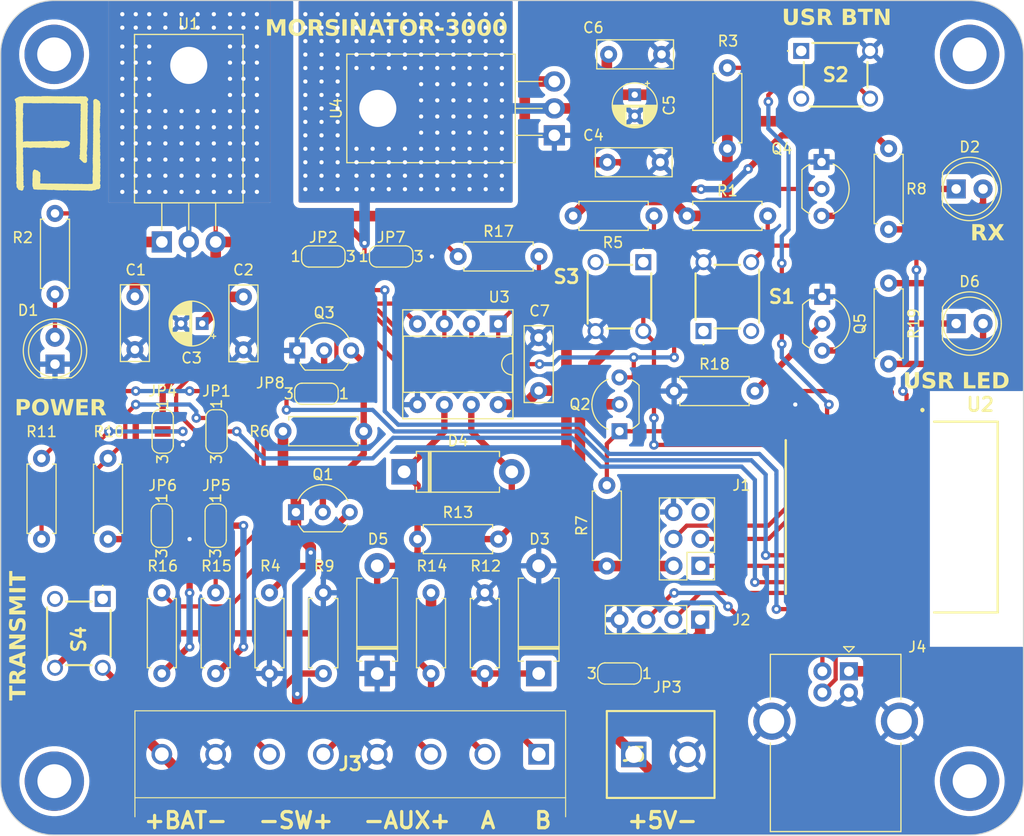
<source format=kicad_pcb>
(kicad_pcb (version 20221018) (generator pcbnew)
  (layers (0 "F.Cu" signal) (31 "B.Cu" signal) (34 "B.Paste" user) (35 "F.Paste" user) (36 "B.SilkS" user "B.Silkscreen") (37 "F.SilkS" user "F.Silkscreen") (38 "B.Mask" user) (39 "F.Mask" user) (44 "Edge.Cuts" user))
  (net 0 "")
  (net 1 "VCCQ")
  (net 2 "GND")
  (net 3 "VCC")
  (net 4 "+3V3")
  (net 5 "Net-(D1-A)")
  (net 6 "Net-(D2-K)")
  (net 7 "Net-(D2-A)")
  (net 8 "/h_B")
  (net 9 "/h_A")
  (net 10 "Net-(D6-K)")
  (net 11 "Net-(D6-A)")
  (net 12 "/MISO")
  (net 13 "/CLK")
  (net 14 "/MOSI")
  (net 15 "/CS")
  (net 16 "Net-(J2-Pin_1)")
  (net 17 "Net-(J2-Pin_2)")
  (net 18 "Net-(J2-Pin_3)")
  (net 19 "/h_aux_+")
  (net 20 "/h_switch_+")
  (net 21 "/h_switch_-")
  (net 22 "/USB_D-")
  (net 23 "/USB_D+")
  (net 24 "/key_in")
  (net 25 "Net-(JP1-B)")
  (net 26 "/key_out")
  (net 27 "/DE")
  (net 28 "Net-(JP4-C)")
  (net 29 "Net-(JP5-C)")
  (net 30 "Net-(JP6-C)")
  (net 31 "Net-(JP7-C)")
  (net 32 "Net-(Q1-G)")
  (net 33 "Net-(Q2-S)")
  (net 34 "/RO")
  (net 35 "/LED_1")
  (net 36 "/EN")
  (net 37 "Net-(S2-COM_2)")
  (net 38 "Net-(S3-NO_2)")
  (net 39 "/DI")
  (net 40 "/~RE")
  (net 47 "/SCL")
  (net 48 "/SDA")
  (net 51 "Net-(JP8-C)")
  (footprint "Jumper:SolderJumper-3_P1.3mm_Open_RoundedPad1.0x1.5mm_NumberLabels" (layer "F.Cu") (at 109.22 58.42 -90)
    (fp_text reference "JP4")
    (fp_text value "DI" hide)
  )
  (footprint "Diode_THT:D_DO-15_P10.16mm_Horizontal" (layer "F.Cu") (at 129.46 81.26 90)
    (fp_text reference "D5")
    (fp_text value "\n1.5SMC6.8CA\n")
  )
  (footprint "MountingHole:MountingHole_3.2mm_M3_DIN965_Pad_TopBottom" (layer "F.Cu") (at 99 91.42 180)
    (fp_text reference "H1" hide)
    (fp_text value "MountingHole" hide)
  )
  (footprint "Resistor_THT:R_Axial_DIN0207_L6.3mm_D2.5mm_P7.62mm_Horizontal" (layer "F.Cu") (at 109.14 73.64 -90)
    (fp_text reference "R16")
    (fp_text value "10k")
  )
  (footprint "LED_THT:LED_D5.0mm" (layer "F.Cu") (at 99.06 52.07 90)
    (fp_text reference "D1")
    (fp_text value "LED")
  )
  (footprint "Jumper:SolderJumper-3_P1.3mm_Open_RoundedPad1.0x1.5mm_NumberLabels" (layer "F.Cu") (at 152.32 81.26 180)
    (fp_text reference "JP3")
    (fp_text value "UART_PWR_SELECT")
  )
  (footprint "Resistor_THT:R_Axial_DIN0207_L6.3mm_D2.5mm_P7.62mm_Horizontal" (layer "F.Cu") (at 151.13 71.12 90)
    (fp_text reference "R7")
    (fp_text value "10k")
  )
  (footprint "Capacitor_THT:C_Rect_L7.0mm_W2.5mm_P5.00mm" (layer "F.Cu") (at 151.3 22.84)
    (fp_text reference "C6")
    (fp_text value ".1u")
  )
  (footprint "Jumper:SolderJumper-3_P1.3mm_Open_RoundedPad1.0x1.5mm_NumberLabels" (layer "F.Cu") (at 123.728 54.864 180)
    (fp_text reference "JP8")
    (fp_text value "AUX SEL")
  )
  (footprint "Resistor_THT:R_Axial_DIN0207_L6.3mm_D2.5mm_P7.62mm_Horizontal" (layer "F.Cu") (at 177.72 31.73 -90)
    (fp_text reference "R8")
    (fp_text value "1k")
  )
  (footprint "Resistor_THT:R_Axial_DIN0207_L6.3mm_D2.5mm_P7.62mm_Horizontal" (layer "F.Cu") (at 124.38 81.26 90)
    (fp_text reference "R9")
    (fp_text value "1k")
  )
  (footprint "junk-library-1:ESP32C3WROOM02N4" (layer "F.Cu") (at 174.71 67.46 -90)
    (fp_text reference "U2")
    (fp_text value "ESP32_C3_WROOM_02" hide)
  )
  (footprint "Resistor_THT:R_Axial_DIN0207_L6.3mm_D2.5mm_P7.62mm_Horizontal" (layer "F.Cu") (at 147.955 38.08)
    (fp_text reference "R5")
    (fp_text value "10k")
  )
  (footprint "Package_TO_SOT_THT:TO-92_Inline_Wide" (layer "F.Cu") (at 171.39 33 -90)
    (fp_text reference "Q4")
    (fp_text value "2N7002")
  )
  (footprint "Connector_USB:USB_B_OST_USB-B1HSxx_Horizontal" (layer "F.Cu") (at 173.97 81.0525 -90)
    (fp_text reference "J4")
    (fp_text value "USB_B")
  )
  (footprint "Package_TO_SOT_THT:TO-92_Inline_Wide" (layer "F.Cu") (at 121.793 66.04)
    (fp_text reference "Q1")
    (fp_text value "TP2104")
  )
  (footprint "Capacitor_THT:C_Rect_L7.0mm_W2.5mm_P5.00mm" (layer "F.Cu") (at 116.84 45.72 -90)
    (fp_text reference "C2")
    (fp_text value ".1u" hide)
  )
  (footprint "Resistor_THT:R_Axial_DIN0207_L6.3mm_D2.5mm_P7.62mm_Horizontal" (layer "F.Cu") (at 134.54 81.26 90)
    (fp_text reference "R14")
    (fp_text value "10k")
  )
  (footprint "Resistor_THT:R_Axial_DIN0207_L6.3mm_D2.5mm_P7.62mm_Horizontal" (layer "F.Cu") (at 97.79 60.96 -90)
    (fp_text reference "R11")
    (fp_text value "10k" hide)
  )
  (footprint "Capacitor_THT:CP_Radial_D4.0mm_P2.00mm" (layer "F.Cu") (at 112.95 48.24 180)
    (fp_text reference "C3")
    (fp_text value "100u" hide)
  )
  (footprint "Resistor_THT:R_Axial_DIN0207_L6.3mm_D2.5mm_P7.62mm_Horizontal" (layer "F.Cu") (at 139.62 73.64 -90)
    (fp_text reference "R12")
    (fp_text value "10k")
  )
  (footprint "Capacitor_THT:C_Rect_L7.0mm_W2.5mm_P5.00mm" (layer "F.Cu") (at 106.6 45.7 -90)
    (fp_text reference "C1")
    (fp_text value ".33u" hide)
  )
  (footprint "Resistor_THT:R_Axial_DIN0207_L6.3mm_D2.5mm_P7.62mm_Horizontal" (layer "F.Cu") (at 162.5 31.73 90)
    (fp_text reference "R3")
    (fp_text value "10k")
  )
  (footprint "Diode_THT:D_DO-15_P10.16mm_Horizontal" (layer "F.Cu") (at 132 62.23)
    (fp_text reference "D4")
    (fp_text value "\n1.5SMC6.8CA\n" hide)
  )
  (footprint "Resistor_THT:R_Axial_DIN0207_L6.3mm_D2.5mm_P7.62mm_Horizontal" (layer "F.Cu") (at 140.89 68.58 180)
    (fp_text reference "R13")
    (fp_text value "120" hide)
  )
  (footprint "Capacitor_THT:CP_Radial_D4.0mm_P2.00mm" (layer "F.Cu") (at 153.76 26.65 -90)
    (fp_text reference "C5")
    (fp_text value "100u")
  )
  (footprint "Capacitor_THT:C_Rect_L7.0mm_W2.5mm_P5.00mm" (layer "F.Cu") (at 151.17 33.02)
    (fp_text reference "C4")
    (fp_text value ".1u")
  )
  (footprint "junk-library-1:SHDR2W100P0X508_1X2_1016X1020X1410P" (layer "F.Cu") (at 153.67 88.9)
    (fp_text reference "J5")
    (fp_text value "5V PWR" hide)
  )
  (footprint "MountingHole:MountingHole_3.2mm_M3_DIN965_Pad_TopBottom" (layer "F.Cu") (at 185.36 22.84 180)
    (fp_text reference "H3" hide)
    (fp_text value "MountingHole" hide)
  )
  (footprint "junk-library-1:TS026643BK100SCRD" (layer "F.Cu") (at 169.47 22.515)
    (fp_text reference "S2")
    (fp_text value "BTN" hide)
  )
  (footprint "Diode_THT:D_DO-15_P10.16mm_Horizontal" (layer "F.Cu") (at 144.7 81.26 90)
    (fp_text reference "D3")
    (fp_text value "\n1.5SMC6.8CA\n")
  )
  (footprint "junk-library-1:TS026643BK100SCRD" (layer "F.Cu") (at 160.25 48.95 90)
    (fp_text reference "S1")
    (fp_text value "RST" hide)
  )
  (footprint "Package_TO_SOT_THT:TO-92_Inline_Wide" (layer "F.Cu") (at 171.45 45.72 -90)
    (fp_text reference "Q5")
    (fp_text value "2N7002")
  )
  (footprint "Resistor_THT:R_Axial_DIN0207_L6.3mm_D2.5mm_P7.62mm_Horizontal" (layer "F.Cu") (at 99.06 37.846 -90)
    (fp_text reference "R2")
    (fp_text value "1k" hide)
  )
  (footprint "MountingHole:MountingHole_3.2mm_M3_DIN965_Pad_TopBottom" (layer "F.Cu") (at 98.98 22.84 180)
    (fp_text reference "H4" hide)
    (fp_text value "MountingHole" hide)
  )
  (footprint "MountingHole:MountingHole_3.2mm_M3_DIN965_Pad_TopBottom" (layer "F.Cu") (at 185.36 91.42 180)
    (fp_text reference "H2" hide)
    (fp_text value "MountingHole" hide)
  )
  (footprint "Resistor_THT:R_Axial_DIN0207_L6.3mm_D2.5mm_P7.62mm_Horizontal" (layer "F.Cu") (at 165.1 54.61 180)
    (fp_text reference "R18")
    (fp_text value "1k")
  )
  (footprint "junk-library-1:TB00650808BE" (layer "F.Cu") (at 144.7 88.88 180)
    (fp_text reference "J3")
    (fp_text value "TB006-508-08BE" hide)
  )
  (footprint "Jumper:SolderJumper-3_P1.3mm_Open_RoundedPad1.0x1.5mm_NumberLabels" (layer "F.Cu") (at 109.14 67.31 -90)
    (fp_text reference "JP6")
    (fp_text value "~RE" hide)
  )
  (footprint "Resistor_THT:R_Axial_DIN0207_L6.3mm_D2.5mm_P7.62mm_Horizontal" (layer "F.Cu") (at 119.3 73.64 -90)
    (fp_text reference "R4")
    (fp_text value "10k")
  )
  (footprint "Resistor_THT:R_Axial_DIN0207_L6.3mm_D2.5mm_P7.62mm_Horizontal" (layer "F.Cu") (at 120.57 58.4)
    (fp_text reference "R6")
    (fp_text value "10k" hide)
  )
  (footprint "Resistor_THT:R_Axial_DIN0207_L6.3mm_D2.5mm_P7.62mm_Horizontal" (layer "F.Cu") (at 114.22 81.26 90)
    (fp_text reference "R15")
    (fp_text value "10k")
  )
  (footprint "Jumper:SolderJumper-3_P1.3mm_Open_RoundedPad1.0x1.5mm_NumberLabels" (layer "F.Cu") (at 114.3 58.42 -90)
    (fp_text reference "JP1")
    (fp_text value "KEY SELECT" hide)
  )
  (footprint "Package_TO_SOT_THT:TO-92_Inline_Wide" (layer "F.Cu") (at 152.32 58.4 90)
    (fp_text reference "Q2")
    (fp_text value "2N7000")
  )
  (footprint "Jumper:SolderJumper-3_P1.3mm_Open_RoundedPad1.0x1.5mm_NumberLabels" (layer "F.Cu") (at 124.38 41.91)
    (fp_text reference "JP2")
    (fp_text value "OUT SELECT")
  )
  (footprint "LED_THT:LED_D5.0mm" (layer "F.Cu") (at 184.09 48.24)
    (fp_text reference "D6")
    (fp_text value "LED_1")
  )
  (footprint "Jumper:SolderJumper-3_P1.3mm_Open_RoundedPad1.0x1.5mm_NumberLabels" (layer "F.Cu") (at 130.78 41.91)
    (fp_text reference "JP7")
    (fp_text value "RO")
  )
  (footprint "Connector_PinHeader_2.54mm:PinHeader_1x04_P2.54mm_Vertical" (layer "F.Cu") (at 159.94 76.18 -90)
    (fp_text reference "J2")
    (fp_text value "UART")
  )
  (footprint "Connector_PinHeader_2.54mm:PinHeader_2x03_P2.54mm_Vertical" (layer "F.Cu") (at 159.96 71.1 180)
    (fp_text reference "J1")
    (fp_text value "SPI")
  )
  (footprint "Resistor_THT:R_Axial_DIN0207_L6.3mm_D2.5mm_P7.62mm_Horizontal" (layer "F.Cu") (at 104.06 60.96 -90)
    (fp_text reference "R10")
    (fp_text value "10k" hide)
  )
  (footprint "Jumper:SolderJumper-3_P1.3mm_Open_RoundedPad1.0x1.5mm_NumberLabels" (layer "F.Cu") (at 114.22 67.31 -90)
    (fp_text reference "JP5")
    (fp_text value "DE" hide)
  )
  (footprint "Package_TO_SOT_THT:TO-92_Inline_Wide" (layer "F.Cu") (at 121.92 50.78)
    (fp_text reference "Q3")
    (fp_text value "2N7000" hide)
  )
  (footprint "Resistor_THT:R_Axial_DIN0207_L6.3mm_D2.5mm_P7.62mm_Horizontal" (layer "F.Cu") (at 158.69 38.08)
    (fp_text reference "R1")
    (fp_text value "10k")
  )
  (footprint "Package_DIP:DIP-8_W7.62mm_Socket" (layer "F.Cu") (at 140.88 48.27 -90)
    (fp_text reference "U3")
    (fp_text value "MAX485E")
  )
  (footprint "junk-library-1:TS026643BK100SCRD" (layer "F.Cu") (at 154.57 42.45 -90)
    (fp_text reference "S3")
    (fp_text value "BOOT" hide)
  )
  (footprint "junk-library-1:logo" (layer "F.Cu") (at 95.012836 35.967972)
    (fp_text reference "G***" hide)
    (fp_text value "LOGO" hide)
  )
  (footprint "junk-library-1:TS026643BK100SCRD" (layer "F.Cu") (at 103.56 74.22 -90)
    (fp_text reference "S4")
    (fp_text value "BOOT" hide)
  )
  (footprint "LED_THT:LED_D5.0mm" (layer "F.Cu") (at 184.09 35.54)
    (fp_text reference "D2")
    (fp_text value "LED")
  )
  (footprint "Capacitor_THT:C_Rect_L7.0mm_W2.5mm_P5.00mm" (layer "F.Cu") (at 144.7 54.57 90)
    (fp_text reference "C7")
    (fp_text value ".1u")
  )
  (footprint "Package_TO_SOT_THT:TO-220-3_Horizontal_TabDown" (layer "F.Cu") (at 109.14 40.54)
    (fp_text reference "U1")
    (fp_text value "L7805" hide)
  )
  (footprint "Resistor_THT:R_Axial_DIN0207_L6.3mm_D2.5mm_P7.62mm_Horizontal" (layer "F.Cu") (at 137.1 41.91)
    (fp_text reference "R17")
    (fp_text value "10k")
  )
  (footprint "Resistor_THT:R_Axial_DIN0207_L6.3mm_D2.5mm_P7.62mm_Horizontal" (layer "F.Cu") (at 177.72 44.43 -90)
    (fp_text reference "R19")
    (fp_text value "1k")
  )
  (footprint "Package_TO_SOT_THT:TO-220-3_Horizontal_TabDown" (layer "F.Cu") (at 146.177 30.48 90)
    (fp_text reference "U4")
    (fp_text value "MC33269T-3.3G")
  )
  (gr_line (start 185.36 96.5) (end 99 96.5) (stroke (width 0.1)) (layer "Edge.Cuts"))
  (gr_arc (start 93.92 22.84) (mid 95.407898 19.247898) (end 99 17.76) (stroke (width 0.1)) (layer "Edge.Cuts"))
  (gr_line (start 99 17.76) (end 185.36 17.76) (stroke (width 0.1)) (layer "Edge.Cuts"))
  (gr_arc (start 99 96.5) (mid 95.407898 95.012102) (end 93.92 91.42) (stroke (width 0.1)) (layer "Edge.Cuts"))
  (gr_arc (start 190.44 91.42) (mid 188.952102 95.012102) (end 185.36 96.5) (stroke (width 0.1)) (layer "Edge.Cuts"))
  (gr_arc (start 185.36 17.76) (mid 188.952102 19.247898) (end 190.44 22.84) (stroke (width 0.1)) (layer "Edge.Cuts"))
  (gr_line (start 190.44 22.84) (end 190.44 91.42) (stroke (width 0.1)) (layer "Edge.Cuts"))
  (gr_line (start 93.92 91.42) (end 93.92 22.84) (stroke (width 0.1)) (layer "Edge.Cuts"))
  (gr_text "-AUX+" (at 128.016 96.012) (layer "F.SilkS") (effects (font (size 1.524 1.524) (thickness 0.3048) bold) (justify left bottom)))
  (gr_text "USR BTN" (at 167.64 20.32) (layer "F.SilkS") (effects (font (size 1.5 1.5) (thickness 0.2) bold) (justify left bottom)))
  (gr_text "USR LED" (at 179.07 54.61) (layer "F.SilkS") (effects (font (size 1.5 1.5)) (justify left bottom)))
  (gr_text "+5V-" (at 152.908 96.012) (layer "F.SilkS") (effects (font (size 1.524 1.524) (thickness 0.3048) bold) (justify left bottom)))
  (gr_text "POWER" (at 95.25 57.15) (layer "F.SilkS") (effects (font (size 1.5 1.5)) (justify left bottom)))
  (gr_text "TRANSMIT" (at 96.52 83.82 90) (layer "F.SilkS") (effects (font (size 1.5 1.5)) (justify left bottom)))
  (gr_text "MORSINATOR-3000" (at 118.872 21.336) (layer "F.SilkS") (effects (font (size 1.524 1.524) (thickness 0.3048) bold) (justify left bottom)))
  (gr_text "RX" (at 185.42 40.64) (layer "F.SilkS") (effects (font (size 1.5 1.5)) (justify left bottom)))
  (gr_text "A" (at 139.065 96.012) (layer "F.SilkS") (effects (font (size 1.524 1.524) (thickness 0.3048) bold) (justify left bottom)))
  (gr_text "B" (at 144.145 96.012) (layer "F.SilkS") (effects (font (size 1.524 1.524) (thickness 0.3048) bold) (justify left bottom)))
  (gr_text "-SW+" (at 118.11 96.012) (layer "F.SilkS") (effects (font (size 1.524 1.524) (thickness 0.3048) bold) (justify left bottom)))
  (gr_text "+BAT-" (at 107.315 96.012) (layer "F.SilkS") (effects (font (size 1.524 1.524) (thickness 0.3048) bold) (justify left bottom)))
  (segment (start 97.89 40.54) (end 106.68 40.54) (width 1) (layer "F.Cu") (net 1))
  (segment (start 120.57 63.42) (end 120.57 58.4) (width 1) (layer "F.Cu") (net 1))
  (segment (start 123.19 69.85) (end 123.19 69.342) (width 1) (layer "F.Cu") (net 1))
  (segment (start 95.25 82.55) (end 95.25 43.18) (width 1) (layer "F.Cu") (net 1))
  (segment (start 104.14 83.82) (end 96.52 83.82) (width 1) (layer "F.Cu") (net 1))
  (segment (start 106.62 86.36) (end 106.62 86.3) (width 1) (layer "F.Cu") (net 1))
  (segment (start 95.25 43.18) (end 97.89 40.54) (width 1) (layer "F.Cu") (net 1))
  (segment (start 111.222 90.962) (end 120.366 90.962) (width 1) (layer "F.Cu") (net 1))
  (segment (start 121.793 64.643) (end 120.57 63.42) (width 1) (layer "F.Cu") (net 1))
  (segment (start 120.366 90.962) (end 121.92 89.408) (width 1) (layer "F.Cu") (net 1))
  (segment (start 106.68 40.54) (end 109.14 40.54) (width 1) (layer "F.Cu") (net 1))
  (segment (start 106.62 86.3) (end 104.14 83.82) (width 1) (layer "F.Cu") (net 1))
  (segment (start 106.6 40.62) (end 106.68 40.54) (width 1) (layer "F.Cu") (net 1))
  (segment (start 121.793 66.04) (end 121.793 64.643) (width 1) (layer "F.Cu") (net 1))
  (segment (start 123.19 69.342) (end 121.793 67.945) (width 1) (layer "F.Cu") (net 1))
  (segment (start 121.793 67.945) (end 121.793 66.04) (width 1) (layer "F.Cu") (net 1))
  (segment (start 106.6 45.7) (end 106.6 40.62) (width 1) (layer "F.Cu") (net 1))
  (segment (start 96.52 83.82) (end 95.25 82.55) (width 1) (layer "F.Cu") (net 1))
  (segment (start 109.14 88.88) (end 106.62 86.36) (width 1) (layer "F.Cu") (net 1))
  (segment (start 121.92 89.408) (end 121.92 83.185) (width 1) (layer "F.Cu") (net 1))
  (segment (start 109.14 88.88) (end 111.222 90.962) (width 1) (layer "F.Cu") (net 1))
  (via (at 121.92 83.185) (size 0.9) (drill 0.4) (layers "F.Cu" "B.Cu") (net 1))
  (via (at 123.19 69.85) (size 0.9) (drill 0.4) (layers "F.Cu" "B.Cu") (net 1))
  (segment (start 121.92 73.025) (end 123.19 71.755) (width 1) (layer "B.Cu") (net 1))
  (segment (start 123.19 71.755) (end 123.19 69.85) (width 1) (layer "B.Cu") (net 1))
  (segment (start 121.92 83.185) (end 121.92 73.025) (width 1) (layer "B.Cu") (net 1))
  (segment (start 168.91 57.75) (end 168.91 55.88) (width 0.6) (layer "F.Cu") (net 2))
  (segment (start 111.125 59.69) (end 109.25 59.69) (width 0.4) (layer "F.Cu") (net 2))
  (segment (start 109.14 68.61) (end 111.73 68.61) (width 0.6) (layer "F.Cu") (net 2))
  (segment (start 109.25 59.69) (end 109.22 59.72) (width 0.4) (layer "F.Cu") (net 2))
  (segment (start 114.22 68.61) (end 111.79 68.61) (width 0.6) (layer "F.Cu") (net 2))
  (segment (start 132.08 41.91) (end 134.62 41.91) (width 0.6) (layer "F.Cu") (net 2))
  (segment (start 111.79 68.61) (end 111.76 68.58) (width 0.6) (layer "F.Cu") (net 2))
  (segment (start 111.73 68.61) (end 111.76 68.58) (width 0.6) (layer "F.Cu") (net 2))
  (via (at 114.046 31.242) (size 0.9) (drill 0.4) (layers "F.Cu" "B.Cu") (net 2))
  (via (at 111.76 68.58) (size 0.9) (drill 0.4) (layers "F.Cu" "B.Cu") (net 2))
  (via (at 105.41 22.098) (size 0.9) (drill 0.4) (layers "F.Cu" "B.Cu") (net 2))
  (via (at 118.11 19.05) (size 0.9) (drill 0.4) (layers "F.Cu" "B.Cu") (net 2))
  (via (at 116.84 19.05) (size 0.9) (drill 0.4) (layers "F.Cu" "B.Cu") (net 2))
  (via (at 118.11 31.242) (size 0.9) (drill 0.4) (layers "F.Cu" "B.Cu") (net 2))
  (via (at 115.57 20.32) (size 0.9) (drill 0.4) (layers "F.Cu" "B.Cu") (net 2))
  (via (at 109.474 19.05) (size 0.9) (drill 0.4) (layers "F.Cu" "B.Cu") (net 2))
  (via (at 115.57 22.098) (size 0.9) (drill 0.4) (layers "F.Cu" "B.Cu") (net 2))
  (via (at 110.998 35.814) (size 0.9) (drill 0.4) (layers "F.Cu" "B.Cu") (net 2))
  (via (at 105.41 35.814) (size 0.9) (drill 0.4) (layers "F.Cu" "B.Cu") (net 2))
  (via (at 112.522 28.194) (size 0.9) (drill 0.4) (layers "F.Cu" "B.Cu") (net 2))
  (via (at 115.57 28.194) (size 0.9) (drill 0.4) (layers "F.Cu" "B.Cu") (net 2))
  (via (at 107.95 23.622) (size 0.9) (drill 0.4) (layers "F.Cu" "B.Cu") (net 2))
  (via (at 109.474 28.194) (size 0.9) (drill 0.4) (layers "F.Cu" "B.Cu") (net 2))
  (via (at 118.11 25.146) (size 0.9) (drill 0.4) (layers "F.Cu" "B.Cu") (net 2))
  (via (at 107.95 32.766) (size 0.9) (drill 0.4) (layers "F.Cu" "B.Cu") (net 2))
  (via (at 107.95 34.29) (size 0.9) (drill 0.4) (layers "F.Cu" "B.Cu") (net 2))
  (via (at 107.95 22.098) (size 0.9) (drill 0.4) (layers "F.Cu" "B.Cu") (net 2))
  (via (at 106.68 31.242) (size 0.9) (drill 0.4) (layers "F.Cu" "B.Cu") (net 2))
  (via (at 111.125 59.69) (size 0.9) (drill 0.4) (layers "F.Cu" "B.Cu") (net 2))
  (via (at 109.474 32.766) (size 0.9) (drill 0.4) (layers "F.Cu" "B.Cu") (net 2))
  (via (at 105.41 32.766) (size 0.9) (drill 0.4) (layers "F.Cu" "B.Cu") (net 2))
  (via (at 106.68 34.29) (size 0.9) (drill 0.4) (layers "F.Cu" "B.Cu") (net 2))
  (via (at 118.11 22.098) (size 0.9) (drill 0.4) (layers "F.Cu" "B.Cu") (net 2))
  (via (at 106.68 29.718) (size 0.9) (drill 0.4) (layers "F.Cu" "B.Cu") (net 2))
  (via (at 118.11 28.194) (size 0.9) (drill 0.4) (layers "F.Cu" "B.Cu") (net 2))
  (via (at 105.41 34.29) (size 0.9) (drill 0.4) (layers "F.Cu" "B.Cu") (net 2))
  (via (at 109.474 34.29) (size 0.9) (drill 0.4) (layers "F.Cu" "B.Cu") (net 2))
  (via (at 115.57 19.05) (size 0.9) (drill 0.4) (layers "F.Cu" "B.Cu") (net 2))
  (via (at 114.046 35.814) (size 0.9) (drill 0.4) (layers "F.Cu" "B.Cu") (net 2))
  (via (at 110.998 19.05) (size 0.9) (drill 0.4) (layers "F.Cu" "B.Cu") (net 2))
  (via (at 105.41 29.718) (size 0.9) (drill 0.4) (layers "F.Cu" "B.Cu") (net 2))
  (via (at 118.11 35.814) (size 0.9) (drill 0.4) (layers "F.Cu" "B.Cu") (net 2))
  (via (at 116.84 35.814) (size 0.9) (drill 0.4) (layers "F.Cu" "B.Cu") (net 2))
  (via (at 109.474 31.242) (size 0.9) (drill 0.4) (layers "F.Cu" "B.Cu") (net 2))
  (via (at 115.57 31.242) (size 0.9) (drill 0.4) (layers "F.Cu" "B.Cu") (net 2))
  (via (at 112.522 19.05) (size 0.9) (drill 0.4) (layers "F.Cu" "B.Cu") (net 2))
  (via (at 110.998 32.766) (size 0.9) (drill 0.4) (layers "F.Cu" "B.Cu") (net 2))
  (via (at 112.522 29.718) (size 0.9) (drill 0.4) (layers "F.Cu" "B.Cu") (net 2))
  (via (at 105.41 28.194) (size 0.9) (drill 0.4) (layers "F.Cu" "B.Cu") (net 2))
  (via (at 106.68 19.05) (size 0.9) (drill 0.4) (layers "F.Cu" "B.Cu") (net 2))
  (via (at 109.474 20.32) (size 0.9) (drill 0.4) (layers "F.Cu" "B.Cu") (net 2))
  (via (at 115.57 29.718) (size 0.9) (drill 0.4) (layers "F.Cu" "B.Cu") (net 2))
  (via (at 110.998 20.32) (size 0.9) (drill 0.4) (layers "F.Cu" "B.Cu") (net 2))
  (via (at 115.57 23.622) (size 0.9) (drill 0.4) (layers "F.Cu" "B.Cu") (net 2))
  (via (at 116.84 34.29) (size 0.9) (drill 0.4) (layers "F.Cu" "B.Cu") (net 2))
  (via (at 118.11 23.622) (size 0.9) (drill 0.4) (layers "F.Cu" "B.Cu") (net 2))
  (via (at 116.84 28.194) (size 0.9) (drill 0.4) (layers "F.Cu" "B.Cu") (net 2))
  (via (at 116.84 20.32) (size 0.9) (drill 0.4) (layers "F.Cu" "B.Cu") (net 2))
  (via (at 114.046 28.194) (size 0.9) (drill 0.4) (layers "F.Cu" "B.Cu") (net 2))
  (via (at 116.84 31.242) (size 0.9) (drill 0.4) (layers "F.Cu" "B.Cu") (net 2))
  (via (at 105.41 25.146) (size 0.9) (drill 0.4) (layers "F.Cu" "B.Cu") (net 2))
  (via (at 116.84 29.718) (size 0.9) (drill 0.4) (layers "F.Cu" "B.Cu") (net 2))
  (via (at 116.84 26.67) (size 0.9) (drill 0.4) (layers "F.Cu" "B.Cu") (net 2))
  (via (at 118.11 29.718) (size 0.9) (drill 0.4) (layers "F.Cu" "B.Cu") (net 2))
  (via (at 107.95 19.05) (size 0.9) (drill 0.4) (layers "F.Cu" "B.Cu") (net 2))
  (via (at 105.41 23.622) (size 0.9) (drill 0.4) (layers "F.Cu" "B.Cu") (net 2))
  (via (at 115.57 25.146) (size 0.9) (drill 0.4) (layers "F.Cu" "B.Cu") (net 2))
  (via (at 112.522 34.29) (size 0.9) (drill 0.4) (layers "F.Cu" "B.Cu") (net 2))
  (via (at 106.68 25.146) (size 0.9) (drill 0.4) (layers "F.Cu" "B.Cu") (net 2))
  (via (at 109.474 35.814) (size 0.9) (drill 0.4) (layers "F.Cu" "B.Cu") (net 2))
  (via (at 106.68 20.32) (size 0.9) (drill 0.4) (layers "F.Cu" "B.Cu") (net 2))
  (via (at 105.41 26.67) (size 0.9) (drill 0.4) (layers "F.Cu" "B.Cu") (net 2))
  (via (at 112.522 32.766) (size 0.9) (drill 0.4) (layers "F.Cu" "B.Cu") (net 2))
  (via (at 107.95 31.242) (size 0.9) (drill 0.4) (layers "F.Cu" "B.Cu") (net 2))
  (via (at 114.046 32.766) (size 0.9) (drill 0.4) (layers "F.Cu" "B.Cu") (net 2))
  (via (at 106.68 35.814) (size 0.9) (drill 0.4) (layers "F.Cu" "B.Cu") (net 2))
  (via (at 112.522 20.32) (size 0.9) (drill 0.4) (layers "F.Cu" "B.Cu") (net 2))
  (via (at 105.41 19.05) (size 0.9) (drill 0.4) (layers "F.Cu" "B.Cu") (net 2))
  (via (at 107.95 28.194) (size 0.9) (drill 0.4) (layers "F.Cu" "B.Cu") (net 2))
  (via (at 105.41 31.242) (size 0.9) (drill 0.4) (layers "F.Cu" "B.Cu") (net 2))
  (via (at 115.57 26.67) (size 0.9) (drill 0.4) (layers "F.Cu" "B.Cu") (net 2))
  (via (at 116.84 32.766) (size 0.9) (drill 0.4) (layers "F.Cu" "B.Cu") (net 2))
  (via (at 116.84 23.622) (size 0.9) (drill 0.4) (layers "F.Cu" "B.Cu") (net 2))
  (via (at 115.57 34.29) (size 0.9) (drill 0.4) (layers "F.Cu" "B.Cu") (net 2))
  (via (at 110.998 31.242) (size 0.9) (drill 0.4) (layers "F.Cu" "B.Cu") (net 2))
  (via (at 114.046 29.718) (size 0.9) (drill 0.4) (layers "F.Cu" "B.Cu") (net 2))
  (via (at 114.046 20.32) (size 0.9) (drill 0.4) (layers "F.Cu" "B.Cu") (net 2))
  (via (at 134.62 41.91) (size 0.9) (drill 0.4) (layers "F.Cu" "B.Cu") (net 2))
  (via (at 106.68 22.098) (size 0.9) (drill 0.4) (layers "F.Cu" "B.Cu") (net 2))
  (via (at 107.95 20.32) (size 0.9) (drill 0.4) (layers "F.Cu" "B.Cu") (net 2))
  (via (at 118.11 34.29) (size 0.9) (drill 0.4) (layers "F.Cu" "B.Cu") (net 2))
  (via (at 110.998 34.29) (size 0.9) (drill 0.4) (layers "F.Cu" "B.Cu") (net 2))
  (via (at 106.68 32.766) (size 0.9) (drill 0.4) (layers "F.Cu" "B.Cu") (net 2))
  (via (at 112.522 31.242) (size 0.9) (drill 0.4) (layers "F.Cu" "B.Cu") (net 2))
  (via (at 109.474 29.718) (size 0.9) (drill 0.4) (layers "F.Cu" "B.Cu") (net 2))
  (via (at 110.998 28.194) (size 0.9) (drill 0.4) (layers "F.Cu" "B.Cu") (net 2))
  (via (at 116.84 25.146) (size 0.9) (drill 0.4) (layers "F.Cu" "B.Cu") (net 2))
  (via (at 107.95 26.67) (size 0.9) (drill 0.4) (layers "F.Cu" "B.Cu") (net 2))
  (via (at 118.11 26.67) (size 0.9) (drill 0.4) (layers "F.Cu" "B.Cu") (net 2))
  (via (at 112.522 35.814) (size 0.9) (drill 0.4) (layers "F.Cu" "B.Cu") (net 2))
  (via (at 110.998 29.718) (size 0.9) (drill 0.4) (layers "F.Cu" "B.Cu") (net 2))
  (via (at 115.57 35.814) (size 0.9) (drill 0.4) (layers "F.Cu" "B.Cu") (net 2))
  (via (at 118.11 20.32) (size 0.9) (drill 0.4) (layers "F.Cu" "B.Cu") (net 2))
  (via (at 107.95 25.146) (size 0.9) (drill 0.4) (layers "F.Cu" "B.Cu") (net 2))
  (via (at 107.95 29.718) (size 0.9) (drill 0.4) (layers "F.Cu" "B.Cu") (net 2))
  (via (at 168.91 55.88) (size 0.9) (drill 0.4) (layers "F.Cu" "B.Cu") (net 2))
  (via (at 114.046 34.29) (size 0.9) (drill 0.4) (layers "F.Cu" "B.Cu") (net 2))
  (via (at 116.84 22.098) (size 0.9) (drill 0.4) (layers "F.Cu" "B.Cu") (net 2))
  (via (at 106.68 26.67) (size 0.9) (drill 0.4) (layers "F.Cu" "B.Cu") (net 2))
  (via (at 107.95 35.814) (size 0.9) (drill 0.4) (layers "F.Cu" "B.Cu") (net 2))
  (via (at 115.57 32.766) (size 0.9) (drill 0.4) (layers "F.Cu" "B.Cu") (net 2))
  (via (at 118.11 32.766) (size 0.9) (drill 0.4) (layers "F.Cu" "B.Cu") (net 2))
  (via (at 106.68 28.194) (size 0.9) (drill 0.4) (layers "F.Cu" "B.Cu") (net 2))
  (via (at 114.046 19.05) (size 0.9) (drill 0.4) (layers "F.Cu" "B.Cu") (net 2))
  (via (at 105.41 20.32) (size 0.9) (drill 0.4) (layers "F.Cu" "B.Cu") (net 2))
  (via (at 106.68 23.622) (size 0.9) (drill 0.4) (layers "F.Cu" "B.Cu") (net 2))
  (segment (start 151.765 86.995) (end 147.32 82.55) (width 1) (layer "F.Cu") (net 3))
  (segment (start 147.32 40.64) (end 144.78 38.1) (width 1) (layer "F.Cu") (net 3))
  (segment (start 114.22 40.54) (end 114.22 45.72) (width 1) (layer "F.Cu") (net 3))
  (segment (start 143.383 38.1) (end 121.92 38.1) (width 1) (layer "F.Cu") (net 3))
  (segment (start 144.7 54.57) (end 143.38 55.89) (width 1) (layer "F.Cu") (net 3))
  (segment (start 156.845 92.075) (end 167.64 92.075) (width 1) (layer "F.Cu") (net 3))
  (segment (start 152.4 33.02) (end 154.94 35.56) (width 0.6) (layer "F.Cu") (net 3))
  (segment (start 176.53 30.54) (end 176.53 30.48) (width 0.6) (layer "F.Cu") (net 3))
  (segment (start 149.86 33.02) (end 151.17 33.02) (width 1) (layer "F.Cu") (net 3))
  (segment (start 114.22 45.72) (end 114.22 46.97) (width 1) (layer "F.Cu") (net 3))
  (segment (start 114.22 38.655) (end 114.22 40.54) (width 0.4) (layer "F.Cu") (net 3))
  (segment (start 176.53 83.185) (end 176.53 81.7625) (width 1) (layer "F.Cu") (net 3))
  (segment (start 114.22 46.97) (end 112.95 48.24) (width 1) (layer "F.Cu") (net 3))
  (segment (start 167.64 30.48) (end 165.1 33.02) (width 0.6) (layer "F.Cu") (net 3))
  (segment (start 147.32 54.61) (end 147.32 76.2) (width 1) (layer "F.Cu") (net 3))
  (segment (start 143.383 38.1) (end 143.383 26.035) (width 1) (layer "F.Cu") (net 3))
  (segment (start 99.06 37.846) (end 113.411 37.846) (width 0.4) (layer "F.Cu") (net 3))
  (segment (start 176.53 30.48) (end 167.64 30.48) (width 0.6) (layer "F.Cu") (net 3))
  (segment (start 175.82 81.0525) (end 173.97 81.0525) (width 1) (layer "F.Cu") (net 3))
  (segment (start 176.53 81.7625) (end 175.82 81.0525) (width 1) (layer "F.Cu") (net 3))
  (segment (start 147.32 54.61) (end 147.32 40.64) (width 1) (layer "F.Cu") (net 3))
  (segment (start 154.94 35.56) (end 160.02 35.56) (width 0.6) (layer "F.Cu") (net 3))
  (segment (start 165.1 33.02) (end 164.465 33.655) (width 0.6) (layer "F.Cu") (net 3))
  (segment (start 144.78 38.1) (end 149.86 33.02) (width 1) (layer "F.Cu") (net 3))
  (segment (start 153.67 88.9) (end 156.845 92.075) (width 1) (layer "F.Cu") (net 3))
  (segment (start 121.92 38.1) (end 119.48 40.54) (width 1) (layer "F.Cu") (net 3))
  (segment (start 113.411 37.846) (end 114.22 38.655) (width 0.4) (layer "F.Cu") (net 3))
  (segment (start 134.62 76.2) (end 134.54 76.12) (width 1) (layer "F.Cu") (net 3))
  (segment (start 134.54 76.12) (end 134.54 73.64) (width 1) (layer "F.Cu") (net 3))
  (segment (start 119.48 40.54) (end 114.22 40.54) (width 1) (layer "F.Cu") (net 3))
  (segment (start 153.67 88.9) (end 151.765 86.995) (width 1) (layer "F.Cu") (net 3))
  (segment (start 143.383 26.035) (end 144.018 25.4) (width 1) (layer "F.Cu") (net 3))
  (segment (start 147.32 76.2) (end 147.32 82.55) (width 1) (layer "F.Cu") (net 3))
  (segment (start 114.22 45.72) (end 116.84 45.72) (width 1) (layer "F.Cu") (net 3))
  (segment (start 143.38 55.89) (end 140.88 55.89) (width 1) (layer "F.Cu") (net 3))
  (segment (start 147.32 76.2) (end 134.62 76.2) (width 1) (layer "F.Cu") (net 3))
  (segment (start 144.78 38.1) (end 143.383 38.1) (width 1) (layer "F.Cu") (net 3))
  (segment (start 151.17 33.02) (end 152.4 33.02) (width 0.6) (layer "F.Cu") (net 3))
  (segment (start 153.62 85.14) (end 153.62 81.26) (width 1) (layer "F.Cu") (net 3))
  (segment (start 177.72 31.73) (end 176.53 30.54) (width 0.6) (layer "F.Cu") (net 3))
  (segment (start 144.018 25.4) (end 146.177 25.4) (width 1) (layer "F.Cu") (net 3))
  (segment (start 147.32 54.61) (end 147.28 54.57) (width 1) (layer "F.Cu") (net 3))
  (segment (start 147.28 54.57) (end 144.7 54.57) (width 1) (layer "F.Cu") (net 3))
  (segment (start 151.765 86.995) (end 153.62 85.14) (width 1) (layer "F.Cu") (net 3))
  (segment (start 167.64 92.075) (end 176.53 83.185) (width 1) (layer "F.Cu") (net 3))
  (via (at 164.465 33.655) (size 0.9) (drill 0.4) (layers "F.Cu" "B.Cu") (net 3))
  (via (at 160.02 35.56) (size 0.9) (drill 0.4) (layers "F.Cu" "B.Cu") (net 3))
  (segment (start 160.02 35.56) (end 162.56 35.56) (width 0.6) (layer "B.Cu") (net 3))
  (segment (start 162.56 35.56) (end 164.465 33.655) (width 0.6) (layer "B.Cu") (net 3))
  (segment (start 108.24 57.15) (end 106.68 57.15) (width 0.6) (layer "F.Cu") (net 4))
  (segment (start 189.21 44.43) (end 189.23 44.45) (width 0.6) (layer "F.Cu") (net 4))
  (segment (start 106.68 68.58) (end 104.06 68.58) (width 0.6) (layer "F.Cu") (net 4))
  (segment (start 162.5 36.89) (end 161.31 38.08) (width 1) (layer "F.Cu") (net 4))
  (segment (start 151.3 22.84) (end 151.13 23.01) (width 1) (layer "F.Cu") (net 4))
  (segment (start 177.72 44.43) (end 189.21 44.43) (width 0.6) (layer "F.Cu") (net 4))
  (segment (start 161.31 38.08) (end 158.69 38.08) (width 1) (layer "F.Cu") (net 4))
  (segment (start 162.5 31.73) (end 162.5 29.15) (width 1) (layer "F.Cu") (net 4))
  (segment (start 116.205 47.625) (end 117.475 47.625) (width 0.6) (layer "F.Cu") (net 4))
  (segment (start 189.23 44.45) (end 189.23 31.75) (width 1) (layer "F.Cu") (net 4))
  (segment (start 149.606 27.94) (end 146.177 27.94) (width 1) (layer "F.Cu") (net 4))
  (segment (start 109.14 66.01) (end 114.22 66.01) (width 0.6) (layer "F.Cu") (net 4))
  (segment (start 106.68 68.58) (end 106.68 66.04) (width 0.6) (layer "F.Cu") (net 4))
  (segment (start 149.606 27.94) (end 150.896 26.65) (width 1) (layer "F.Cu") (net 4))
  (segment (start 162.5 29.15) (end 160 26.65) (width 1) (layer "F.Cu") (net 4))
  (segment (start 151.13 23.01) (end 151.13 26.63) (width 1) (layer "F.Cu") (net 4))
  (segment (start 149.86 52.07) (end 152.4 49.53) (width 1) (layer "F.Cu") (net 4))
  (segment (start 151.13 26.63) (end 151.15 26.65) (width 1) (layer "F.Cu") (net 4))
  (segment (start 109.22 54.61) (end 116.205 47.625) (width 0.6) (layer "F.Cu") (net 4))
  (segment (start 148.59 57.15) (end 148.59 71.12) (width 1) (layer "F.Cu") (net 4))
  (segment (start 149.455 36.58) (end 147.955 38.08) (width 1) (layer "F.Cu") (net 4))
  (segment (start 148.59 78.83) (end 151.02 81.26) (width 1) (layer "F.Cu") (net 4))
  (segment (start 157.19 36.58) (end 152.4 36.58) (width 1) (layer "F.Cu") (net 4))
  (segment (start 189.23 31.75) (end 187.96 30.48) (width 1) (layer "F.Cu") (net 4))
  (segment (start 189.23 50.8) (end 186.69 53.34) (width 1) (layer "F.Cu") (net 4))
  (segment (start 152.4 36.58) (end 149.455 36.58) (width 1) (layer "F.Cu") (net 4))
  (segment (start 181.55 29.15) (end 162.5 29.15) (width 1) (layer "F.Cu") (net 4))
  (segment (start 129.48 41.91) (end 128.27 41.91) (width 0.4) (layer "F.Cu") (net 4))
  (segment (start 152.4 49.53) (end 152.4 36.58) (width 1) (layer "F.Cu") (net 4))
  (segment (start 151.15 26.65) (end 153.76 26.65) (width 1) (layer "F.Cu") (net 4))
  (segment (start 151.13 71.12) (end 157.4 71.12) (width 1) (layer "F.Cu") (net 4))
  (segment (start 106.68 57.15) (end 106.68 66.04) (width 0.6) (layer "F.Cu") (net 4))
  (segment (start 127 39.37) (end 128.27 40.64) (width 0.6) (layer "F.Cu") (net 4))
  (segment (start 109.22 57.12) (end 108.27 57.12) (width 0.6) (layer "F.Cu") (net 4))
  (segment (start 109.11 66.04) (end 109.14 66.01) (width 0.6) (layer "F.Cu") (net 4))
  (segment (start 157.4 71.12) (end 157.42 71.1) (width 1) (layer "F.Cu") (net 4))
  (segment (start 108.27 57.12) (end 108.24 57.15) (width 0.6) (layer "F.Cu") (net 4))
  (segment (start 158.69 38.08) (end 157.19 36.58) (width 1) (layer "F.Cu") (net 4))
  (segment (start 186.69 53.34) (end 181.61 53.34) (width 1) (layer "F.Cu") (net 4))
  (segment (start 148.59 71.12) (end 151.13 71.12) (width 1) (layer "F.Cu") (net 4))
  (segment (start 148.59 71.12) (end 148.59 78.83) (width 1) (layer "F.Cu") (net 4))
  (segment (start 120.015 41.91) (end 122.555 39.37) (width 0.6) (layer "F.Cu") (net 4))
  (segment (start 160 26.65) (end 153.76 26.65) (width 1) (layer "F.Cu") (net 4))
  (segment (start 189.23 44.45) (end 189.23 50.8) (width 1) (layer "F.Cu") (net 4))
  (segment (start 187.96 30.48) (end 182.88 30.48) (width 1) (layer "F.Cu") (net 4))
  (segment (start 149.88 55.86) (end 152.32 55.86) (width 1) (layer "F.Cu") (net 4))
  (segment (start 128.27 41.91) (end 128.27 40.64) (width 0.4) (layer "F.Cu") (net 4))
  (segment (start 149.86 55.88) (end 148.59 57.15) (width 1) (layer "F.Cu") (net 4))
  (segment (start 181.61 53.34) (end 180.91 54.04) (width 1) (layer "F.Cu") (net 4))
  (segment (start 162.5 31.73) (end 162.5 36.89) (width 1) (layer "F.Cu") (net 4))
  (segment (start 151.13 26.63) (end 151.13 26.67) (width 1) (layer "F.Cu") (net 4))
  (segment (start 109.22 57.12) (end 109.22 54.61) (width 0.6) (layer "F.Cu") (net 4))
  (segment (start 117.475 47.625) (end 120.015 45.085) (width 0.6) (layer "F.Cu") (net 4))
  (segment (start 149.86 55.88) (end 149.88 55.86) (width 1) (layer "F.Cu") (net 4))
  (segment (start 180.91 54.04) (end 180.91 57.75) (width 1) (layer "F.Cu") (net 4))
  (segment (start 150.896 26.65) (end 151.15 26.65) (width 1) (layer "F.Cu") (net 4))
  (segment (start 182.88 30.48) (end 181.55 29.15) (width 1) (layer "F.Cu") (net 4))
  (segment (start 106.68 66.04) (end 109.11 66.04) (width 0.6) (layer "F.Cu") (net 4))
  (segment (start 120.015 45.085) (end 120.015 41.91) (width 0.6) (layer "F.Cu") (net 4))
  (segment (start 149.86 55.88) (end 149.86 52.07) (width 1) (layer "F.Cu") (net 4))
  (segment (start 122.555 39.37) (end 127 39.37) (width 0.6) (layer "F.Cu") (net 4))
  (via (at 136.652 25.654) (size 0.9) (drill 0.4) (layers "F.Cu" "B.Cu") (net 4))
  (via (at 135.128 28.702) (size 0.9) (drill 0.4) (layers "F.Cu" "B.Cu") (net 4))
  (via (at 130.556 35.56) (size 0.9) (drill 0.4) (layers "F.Cu" "B.Cu") (net 4))
  (via (at 136.652 35.56) (size 0.9) (drill 0.4) (layers "F.Cu" "B.Cu") (net 4))
  (via (at 129.032 19.05) (size 0.9) (drill 0.4) (layers "F.Cu" "B.Cu") (net 4))
  (via (at 122.682 35.56) (size 0.9) (drill 0.4) (layers "F.Cu" "B.Cu") (net 4))
  (via (at 130.556 34.29) (size 0.9) (drill 0.4) (layers "F.Cu" "B.Cu") (net 4))
  (via (at 127.508 22.86) (size 0.9) (drill 0.4) (layers "F.Cu" "B.Cu") (net 4))
  (via (at 130.556 19.05) (size 0.9) (drill 0.4) (layers "F.Cu" "B.Cu") (net 4))
  (via (at 138.176 34.29) (size 0.9) (drill 0.4) (layers "F.Cu" "B.Cu") (net 4))
  (via (at 139.7 20.32) (size 0.9) (drill 0.4) (layers "F.Cu" "B.Cu") (net 4))
  (via (at 125.73 29.21) (size 0.9) (drill 0.4) (layers "F.Cu" "B.Cu") (net 4))
  (via (at 124.206 27.94) (size 0.9) (drill 0.4) (layers "F.Cu" "B.Cu") (net 4))
  (via (at 139.7 22.86) (size 0.9) (drill 0.4) (layers "F.Cu" "B.Cu") (net 4))
  (via (at 139.7 19.05) (size 0.9) (drill 0.4) (layers "F.Cu" "B.Cu") (net 4))
  (via (at 129.032 24.13) (size 0.9) (drill 0.4) (layers "F.Cu" "B.Cu") (net 4))
  (via (at 133.604 25.654) (size 0.9) (drill 0.4) (layers "F.Cu" "B.Cu") (net 4))
  (via (at 125.73 33.02) (size 0.9) (drill 0.4) (layers "F.Cu" "B.Cu") (net 4))
  (via (at 125.73 20.32) (size 0.9) (drill 0.4) (layers "F.Cu" "B.Cu") (net 4))
  (via (at 130.556 20.32) (size 0.9) (drill 0.4) (layers "F.Cu" "B.Cu") (net 4))
  (via (at 127.508 31.75) (size 0.9) (drill 0.4) (layers "F.Cu" "B.Cu") (net 4))
  (via (at 135.128 34.29) (size 0.9) (drill 0.4) (layers "F.Cu" "B.Cu") (net 4))
  (via (at 122.682 30.48) (size 0.9) (drill 0.4) (layers "F.Cu" "B.Cu") (net 4))
  (via (at 125.73 27.94) (size 0.9) (drill 0.4) (layers "F.Cu" "B.Cu") (net 4))
  (via (at 125.73 30.48) (size 0.9) (drill 0.4) (layers "F.Cu" "B.Cu") (net 4))
  (via (at 133.604 24.13) (size 0.9) (drill 0.4) (layers "F.Cu" "B.Cu") (net 4))
  (via (at 122.682 31.75) (size 0.9) (drill 0.4) (layers "F.Cu" "B.Cu") (net 4))
  (via (at 138.176 28.702) (size 0.9) (drill 0.4) (layers "F.Cu" "B.Cu") (net 4))
  (via (at 124.206 26.67) (size 0.9) (drill 0.4) (layers "F.Cu" "B.Cu") (net 4))
  (via (at 136.652 28.702) (size 0.9) (drill 0.4) (layers "F.Cu" "B.Cu") (net 4))
  (via (at 122.682 34.29) (size 0.9) (drill 0.4) (layers "F.Cu" "B.Cu") (net 4))
  (via (at 122.682 22.86) (size 0.9) (drill 0.4) (layers "F.Cu" "B.Cu") (net 4))
  (via (at 141.224 31.75) (size 0.9) (drill 0.4) (layers "F.Cu" "B.Cu") (net 4))
  (via (at 133.604 28.702) (size 0.9) (drill 0.4) (layers "F.Cu" "B.Cu") (net 4))
  (via (at 129.032 31.75) (size 0.9) (drill 0.4) (layers "F.Cu" "B.Cu") (net 4))
  (via (at 132.08 31.75) (size 0.9) (drill 0.4) (layers "F.Cu" "B.Cu") (net 4))
  (via (at 141.224 19.05) (size 0.9) (drill 0.4) (layers "F.Cu" "B.Cu") (net 4))
  (via (at 138.176 30.226) (size 0.9) (drill 0.4) (layers "F.Cu" "B.Cu") (net 4))
  (via (at 130.556 31.75) (size 0.9) (drill 0.4) (layers "F.Cu" "B.Cu") (net 4))
  (via (at 125.73 26.67) (size 0.9) (drill 0.4) (layers "F.Cu" "B.Cu") (net 4))
  (via (at 130.556 21.59) (size 0.9) (drill 0.4) (layers "F.Cu" "B.Cu") (net 4))
  (via (at 141.224 33.02) (size 0.9) (drill 0.4) (layers "F.Cu" "B.Cu") (net 4))
  (via (at 130.556 24.13) (size 0.9) (drill 0.4) (layers "F.Cu" "B.Cu") (net 4))
  (via (at 127.508 34.29) (size 0.9) (drill 0.4) (layers "F.Cu" "B.Cu") (net 4))
  (via (at 139.7 33.02) (size 0.9) (drill 0.4) (layers "F.Cu" "B.Cu") (net 4))
  (via (at 122.682 27.94) (size 0.9) (drill 0.4) (layers "F.Cu" "B.Cu") (net 4))
  (via (at 139.7 35.56) (size 0.9) (drill 0.4) (layers "F.Cu" "B.Cu") (net 4))
  (via (at 138.176 20.32) (size 0.9) (drill 0.4) (layers "F.Cu" "B.Cu") (net 4))
  (via (at 122.682 24.13) (size 0.9) (drill 0.4) (layers "F.Cu" "B.Cu") (net 4))
  (via (at 135.128 22.86) (size 0.9) (drill 0.4) (layers "F.Cu" "B.Cu") (net 4))
  (via (at 124.206 24.13) (size 0.9) (drill 0.4) (layers "F.Cu" "B.Cu") (net 4))
  (via (at 141.224 34.29) (size 0.9) (drill 0.4) (layers "F.Cu" "B.Cu") (net 4))
  (via (at 125.73 34.29) (size 0.9) (drill 0.4) (layers "F.Cu" "B.Cu") (net 4))
  (via (at 133.604 35.56) (size 0.9) (drill 0.4) (layers "F.Cu" "B.Cu") (net 4))
  (via (at 122.682 25.4) (size 0.9) (drill 0.4) (layers "F.Cu" "B.Cu") (net 4))
  (via (at 128.27 40.64) (size 0.9) (drill 0.4) (layers "F.Cu" "B.Cu") (net 4))
  (via (at 139.7 27.178) (size 0.9) (drill 0.4) (layers "F.Cu" "B.Cu") (net 4))
  (via (at 136.652 34.29) (size 0.9) (drill 0.4) (layers "F.Cu" "B.Cu") (net 4))
  (via (at 124.206 30.48) (size 0.9) (drill 0.4) (layers "F.Cu" "B.Cu") (net 4))
  (via (at 122.682 33.02) (size 0.9) (drill 0.4) (layers "F.Cu" "B.Cu") (net 4))
  (via (at 136.652 20.32) (size 0.9) (drill 0.4) (layers "F.Cu" "B.Cu") (net 4))
  (via (at 136.652 22.86) (size 0.9) (drill 0.4) (layers "F.Cu" "B.Cu") (net 4))
  (via (at 133.604 27.178) (size 0.9) (drill 0.4) (layers "F.Cu" "B.Cu") (net 4))
  (via (at 129.032 34.29) (size 0.9) (drill 0.4) (layers "F.Cu" "B.Cu") (net 4))
  (via (at 125.73 21.59) (size 0.9) (drill 0.4) (layers "F.Cu" "B.Cu") (net 4))
  (via (at 136.652 30.226) (size 0.9) (drill 0.4) (layers "F.Cu" "B.Cu") (net 4))
  (via (at 125.73 35.56) (size 0.9) (drill 0.4) (layers "F.Cu" "B.Cu") (net 4))
  (via (at 124.206 25.4) (size 0.9) (drill 0.4) (layers "F.Cu" "B.Cu") (net 4))
  (via (at 141.224 24.13) (size 0.9) (drill 0.4) (layers "F.Cu" "B.Cu") (net 4))
  (via (at 138.176 24.13) (size 0.9) (drill 0.4) (layers "F.Cu" "B.Cu") (net 4))
  (via (at 135.128 24.13) (size 0.9) (drill 0.4) (layers "F.Cu" "B.Cu") (net 4))
  (via (at 138.176 35.56) (size 0.9) (drill 0.4) (layers "F.Cu" "B.Cu") (net 4))
  (via (at 132.08 34.29) (size 0.9) (drill 0.4) (layers "F.Cu" "B.Cu") (net 4))
  (via (at 136.652 21.59) (size 0.9) (drill 0.4) (layers "F.Cu" "B.Cu") (net 4))
  (via (at 127.508 21.59) (size 0.9) (drill 0.4) (layers "F.Cu" "B.Cu") (net 4))
  (via (at 141.224 27.178) (size 0.9) (drill 0.4) (layers "F.Cu" "B.Cu") (net 4))
  (via (at 122.682 29.21) (size 0.9) (drill 0.4) (layers "F.Cu" "B.Cu") (net 4))
  (via (at 125.73 31.75) (size 0.9) (drill 0.4) (layers "F.Cu" "B.Cu") (net 4))
  (via (at 125.73 24.13) (size 0.9) (drill 0.4) (layers "F.Cu" "B.Cu") (net 4))
  (via (at 124.206 33.02) (size 0.9) (drill 0.4) (layers "F.Cu" "B.Cu") (net 4))
  (via (at 141.224 35.56) (size 0.9) (drill 0.4) (layers "F.Cu" "B.Cu") (net 4))
  (via (at 139.7 30.226) (size 0.9) (drill 0.4) (layers "F.Cu" "B.Cu") (net 4))
  (via (at 130.556 33.02) (size 0.9) (drill 0.4) (layers "F.Cu" "B.Cu") (net 4))
  (via (at 139.7 24.13) (size 0.9) (drill 0.4) (layers "F.Cu" "B.Cu") (net 4))
  (via (at 124.206 21.59) (size 0.9) (drill 0.4) (layers "F.Cu" "B.Cu") (net 4))
  (via (at 135.128 31.75) (size 0.9) (drill 0.4) (layers "F.Cu" "B.Cu") (net 4))
  (via (at 127.508 35.56) (size 0.9) (drill 0.4) (layers "F.Cu" "B.Cu") (net 4))
  (via (at 136.652 24.13) (size 0.9) (drill 0.4) (layers "F.Cu" "B.Cu") (net 4))
  (via (at 141.224 22.86) (size 0.9) (drill 0.4) (layers "F.Cu" "B.Cu") (net 4))
  (via (at 133.604 30.226) (size 0.9) (drill 0.4) (layers "F.Cu" "B.Cu") (net 4))
  (via (at 127.508 20.32) (size 0.9) (drill 0.4) (layers "F.Cu" "B.Cu") (net 4))
  (via (at 139.7 21.59) (size 0.9) (drill 0.4) (layers "F.Cu" "B.Cu") (net 4))
  (via (at 132.08 35.56) (size 0.9) (drill 0.4) (layers "F.Cu" "B.Cu") (net 4))
  (via (at 124.206 20.32) (size 0.9) (drill 0.4) (layers "F.Cu" "B.Cu") (net 4))
  (via (at 136.652 19.05) (size 0.9) (drill 0.4) (layers "F.Cu" "B.Cu") (net 4))
  (via (at 125.73 22.86) (size 0.9) (drill 0.4) (layers "F.Cu" "B.Cu") (net 4))
  (via (at 122.682 19.05) (size 0.9) (drill 0.4) (layers "F.Cu" "B.Cu") (net 4))
  (via (at 141.224 21.59) (size 0.9) (drill 0.4) (layers "F.Cu" "B.Cu") (net 4))
  (via (at 132.08 33.02) (size 0.9) (drill 0.4) (layers "F.Cu" "B.Cu") (net 4))
  (via (at 129.032 35.56) (size 0.9) (drill 0.4) (layers "F.Cu" "B.Cu") (net 4))
  (via (at 136.652 31.75) (size 0.9) (drill 0.4) (layers "F.Cu" "B.Cu") (net 4))
  (via (at 138.176 27.178) (size 0.9) (drill 0.4) (layers "F.Cu" "B.Cu") (net 4))
  (via (at 133.604 19.05) (size 0.9) (drill 0.4) (layers "F.Cu" "B.Cu") (net 4))
  (via (at 139.7 31.75) (size 0.9) (drill 0.4) (layers "F.Cu" "B.Cu") (net 4))
  (via (at 138.176 31.75) (size 0.9) (drill 0.4) (layers "F.Cu" "B.Cu") (net 4))
  (via (at 129.032 21.59) (size 0.9) (drill 0.4) (layers "F.Cu" "B.Cu") (net 4))
  (via (at 129.032 33.02) (size 0.9) (drill 0.4) (layers "F.Cu" "B.Cu") (net 4))
  (via (at 135.128 20.32) (size 0.9) (drill 0.4) (layers "F.Cu" "B.Cu") (net 4))
  (via (at 132.08 21.59) (size 0.9) (drill 0.4) (layers "F.Cu" "B.Cu") (net 4))
  (via (at 133.604 33.02) (size 0.9) (drill 0.4) (layers "F.Cu" "B.Cu") (net 4))
  (via (at 141.224 30.226) (size 0.9) (drill 0.4) (layers "F.Cu" "B.Cu") (net 4))
  (via (at 125.73 25.4) (size 0.9) (drill 0.4) (layers "F.Cu" "B.Cu") (net 4))
  (via (at 141.224 20.32) (size 0.9) (drill 0.4) (layers "F.Cu" "B.Cu") (net 4))
  (via (at 138.176 19.05) (size 0.9) (drill 0.4) (layers "F.Cu" "B.Cu") (net 4))
  (via (at 132.08 24.13) (size 0.9) (drill 0.4) (layers "F.Cu" "B.Cu") (net 4))
  (via (at 135.128 21.59) (size 0.9) (drill 0.4) (layers "F.Cu" "B.Cu") (net 4))
  (via (at 135.128 19.05) (size 0.9) (drill 0.4) (layers "F.Cu" "B.Cu") (net 4))
  (via (at 138.176 33.02) (size 0.9) (drill 0.4) (layers "F.Cu" "B.Cu") (net 4))
  (via (at 124.206 35.56) (size 0.9) (drill 0.4) (layers "F.Cu" "B.Cu") (net 4))
  (via (at 124.206 29.21) (size 0.9) (drill 0.4) (layers "F.Cu" "B.Cu") (net 4))
  (via (at 135.128 27.178) (size 0.9) (drill 0.4) (layers "F.Cu" "B.Cu") (net 4))
  (via (at 133.604 21.59) (size 0.9) (drill 0.4) (layers "F.Cu" "B.Cu") (net 4))
  (via (at 135.128 33.02) (size 0.9) (drill 0.4) (layers "F.Cu" "B.Cu") (net 4))
  (via (at 133.604 20.32) (size 0.9) (drill 0.4) (layers "F.Cu" "B.Cu") (net 4))
  (via (at 122.682 20.32) (size 0.9) (drill 0.4) (layers "F.Cu" "B.Cu") (net 4))
  (via (at 139.7 34.29) (size 0.9) (drill 0.4) (layers "F.Cu" "B.Cu") (net 4))
  (via (at 136.652 33.02) (size 0.9) (drill 0.4) (layers "F.Cu" "B.Cu") (net 4))
  (via (at 127.508 24.13) (size 0.9) (drill 0.4) (layers "F.Cu" "B.Cu") (net 4))
  (via (at 135.128 25.654) (size 0.9) (drill 0.4) (layers "F.Cu" "B.Cu") (net 4))
  (via (at 132.08 19.05) (size 0.9) (drill 0.4) (layers "F.Cu" "B.Cu") (net 4))
  (via (at 132.08 22.86) (size 0.9) (drill 0.4) (layers "F.Cu" "B.Cu") (net 4))
  (via (at 124.206 19.05) (size 0.9) (drill 0.4) (layers "F.Cu" "B.Cu") (net 4))
  (via (at 139.7 28.702) (size 0.9) (drill 0.4) (layers "F.Cu" "B.Cu") (net 4))
  (via (at 138.176 21.59) (size 0.9) (drill 0.4) (layers "F.Cu" "B.Cu") (net 4))
  (via (at 127.508 19.05) (size 0.9) (drill 0.4) (layers "F.Cu" "B.Cu") (net 4))
  (via (at 122.682 21.59) (size 0.9) (drill 0.4) (layers "F.Cu" "B.Cu") (net 4))
  (via (at 136.652 27.178) (size 0.9) (drill 0.4) (layers "F.Cu" "B.Cu") (net 4))
  (via (at 139.7 25.654) (size 0.9) (drill 0.4) (layers "F.Cu" "B.Cu") (net 4))
  (via (at 127.508 33.02) (size 0.9) (drill 0.4) (layers "F.Cu" "B.Cu") (net 4))
  (via (at 130.556 22.86) (size 0.9) (drill 0.4) (layers "F.Cu" "B.Cu") (net 4))
  (via (at 124.206 31.75) (size 0.9) (drill 0.4) (layers "F.Cu" "B.Cu") (net 4))
  (via (at 124.206 22.86) (size 0.9) (drill 0.4) (layers "F.Cu" "B.Cu") (net 4))
  (via (at 141.224 28.702) (size 0.9) (drill 0.4) (layers "F.Cu" "B.Cu") (net 4))
  (via (at 135.128 30.226) (size 0.9) (drill 0.4) (layers "F.Cu" "B.Cu") (net 4))
  (via (at 141.224 25.654) (size 0.9) (drill 0.4) (layers "F.Cu" "B.Cu") (net 4))
  (via (at 124.206 34.29) (size 0.9) (drill 0.4) (layers "F.Cu" "B.Cu") (net 4))
  (via (at 135.128 35.56) (size 0.9) (drill 0.4) (layers "F.Cu" "B.Cu") (net 4))
  (via (at 138.176 22.86) (size 0.9) (drill 0.4) (layers "F.Cu" "B.Cu") (net 4))
  (via (at 133.604 22.86) (size 0.9) (drill 0.4) (layers "F.Cu" "B.Cu") (net 4))
  (via (at 138.176 25.654) (size 0.9) (drill 0.4) (layers "F.Cu" "B.Cu") (net 4))
  (via (at 122.682 26.67) (size 0.9) (drill 0.4) (layers "F.Cu" "B.Cu") (net 4))
  (via (at 132.08 20.32) (size 0.9) (drill 0.4) (layers "F.Cu" "B.Cu") (net 4))
  (via (at 129.032 22.86) (size 0.9) (drill 0.4) (layers "F.Cu" "B.Cu") (net 4))
  (via (at 129.032 20.32) (size 0.9) (drill 0.4) (layers "F.Cu" "B.Cu") (net 4))
  (via (at 133.604 34.29) (size 0.9) (drill 0.4) (layers "F.Cu" "B.Cu") (net 4))
  (via (at 125.73 19.05) (size 0.9) (drill 0.4) (layers "F.Cu" "B.Cu") (net 4))
  (via (at 133.604 31.75) (size 0.9) (drill 0.4) (layers "F.Cu" "B.Cu") (net 4))
  (segment (start 141.986 27.94) (end 141.224 27.178) (width 1) (layer "B.Cu") (net 4))
  (segment (start 129.032 31.75) (end 128.27 32.512) (width 1) (layer "B.Cu") (net 4))
  (segment (start 128.27 32.512) (end 128.27 40.64) (width 1) (layer "B.Cu") (net 4))
  (segment (start 146.177 27.94) (end 141.986 27.94) (width 1) (layer "B.Cu") (net 4))
  (segment (start 99.06 45.466) (end 99.06 49.53) (width 0.4) (layer "F.Cu") (net 5))
  (segment (start 177.82 35.54) (end 175.28 38.08) (width 0.6) (layer "F.Cu") (net 6))
  (segment (start 184.09 35.54) (end 177.82 35.54) (width 0.6) (layer "F.Cu") (net 6))
  (segment (start 175.28 38.08) (end 171.39 38.08) (width 0.6) (layer "F.Cu") (net 6))
  (segment (start 184.13 39.35) (end 185.38 38.1) (width 0.6) (layer "F.Cu") (net 7))
  (segment (start 184.13 39.35) (end 177.72 39.35) (width 0.6) (layer "F.Cu") (net 7))
  (segment (start 185.38 38.1) (end 185.42 38.1) (width 0.6) (layer "F.Cu") (net 7))
  (segment (start 186.63 36.89) (end 186.63 35.54) (width 0.6) (layer "F.Cu") (net 7))
  (segment (start 185.42 38.1) (end 186.63 36.89) (width 0.6) (layer "F.Cu") (net 7))
  (segment (start 142.16 67.31) (end 142.16 62.23) (width 0.6) (layer "F.Cu") (net 8))
  (segment (start 132.08 76.2) (end 132.08 73.66) (width 0.6) (layer "F.Cu") (net 8))
  (segment (start 137.16 68.58) (end 140.89 68.58) (width 0.6) (layer "F.Cu") (net 8))
  (segment (start 139.62 81.26) (end 144.7 81.26) (width 0.6) (layer "F.Cu") (net 8))
  (segment (start 140.89 68.58) (end 142.16 67.31) (width 0.6) (layer "F.Cu") (net 8))
  (segment (start 144.7 88.82) (end 139.62 83.74) (width 0.6) (layer "F.Cu") (net 8))
  (segment (start 144.7 88.88) (end 144.7 88.82) (width 0.6) (layer "F.Cu") (net 8))
  (segment (start 139.62 81.26) (end 137.14 81.26) (width 0.6) (layer "F.Cu") (net 8))
  (segment (start 132.08 73.66) (end 137.16 68.58) (width 0.6) (layer "F.Cu") (net 8))
  (segment (start 138.34 58.41) (end 138.34 55.89) (width 0.6) (layer "F.Cu") (net 8))
  (segment (start 137.14 81.26) (end 132.08 76.2) (width 0.6) (layer "F.Cu") (net 8))
  (segment (start 142.16 62.23) (end 138.34 58.41) (width 0.6) (layer "F.Cu") (net 8))
  (segment (start 139.62 83.74) (end 139.62 81.26) (width 0.6) (layer "F.Cu") (net 8))
  (segment (start 135.8 58.41) (end 135.8 55.89) (width 0.6) (layer "F.Cu") (net 9))
  (segment (start 134.54 83.8) (end 134.54 81.26) (width 0.6) (layer "F.Cu") (net 9))
  (segment (start 139.62 88.88) (end 134.54 83.8) (width 0.6) (layer "F.Cu") (net 9))
  (segment (start 129.46 71.1) (end 132.06 71.1) (width 0.6) (layer "F.Cu") (net 9))
  (segment (start 132 62.23) (end 135.81 58.42) (width 0.6) (layer "F.Cu") (net 9))
  (segment (start 133.27 68.58) (end 133.27 63.5) (width 0.6) (layer "F.Cu") (net 9))
  (segment (start 129.46 71.1) (end 129.46 76.18) (width 0.6) (layer "F.Cu") (net 9))
  (segment (start 129.46 76.18) (end 134.54 81.26) (width 0.6) (layer "F.Cu") (net 9))
  (segment (start 135.81 58.42) (end 135.8 58.41) (width 0.6) (layer "F.Cu") (net 9))
  (segment (start 133.27 63.5) (end 132 62.23) (width 0.6) (layer "F.Cu") (net 9))
  (segment (start 132.06 71.1) (end 133.27 69.89) (width 0.6) (layer "F.Cu") (net 9))
  (segment (start 133.27 69.89) (end 133.27 68.58) (width 0.6) (layer "F.Cu") (net 9))
  (segment (start 176.55 48.24) (end 174.01 50.78) (width 0.6) (layer "F.Cu") (net 10))
  (segment (start 184.09 48.24) (end 176.55 48.24) (width 0.6) (layer "F.Cu") (net 10))
  (segment (start 174.01 50.78) (end 171.39 50.78) (width 0.6) (layer "F.Cu") (net 10))
  (segment (start 186.63 50.74) (end 185.32 52.05) (width 0.6) (layer "F.Cu") (net 11))
  (segment (start 186.63 48.24) (end 186.63 50.74) (width 0.6) (layer "F.Cu") (net 11))
  (segment (start 185.32 52.05) (end 177.72 52.05) (width 0.6) (layer "F.Cu") (net 11))
  (segment (start 176.51 71.1) (end 177.91 72.5) (width 0.4) (layer "F.Cu") (net 12))
  (segment (start 159.96 71.1) (end 176.51 71.1) (width 0.4) (layer "F.Cu") (net 12))
  (segment (start 177.91 72.5) (end 177.91 75.25) (width 0.4) (layer "F.Cu") (net 12))
  (segment (start 174.91 57.75) (end 174.91 60.04) (width 0.4) (layer "F.Cu") (net 13))
  (segment (start 166.39 68.56) (end 159.96 68.56) (width 0.4) (layer "F.Cu") (net 13))
  (segment (start 174.91 60.04) (end 166.39 68.56) (width 0.4) (layer "F.Cu") (net 13))
  (segment (start 158.67 67.31) (end 157.42 68.56) (width 0.4) (layer "F.Cu") (net 14))
  (segment (start 166.37 67.31) (end 158.67 67.31) (width 0.4) (layer "F.Cu") (net 14))
  (segment (start 173.41 57.75) (end 173.41 60.27) (width 0.4) (layer "F.Cu") (net 14))
  (segment (start 173.41 60.27) (end 166.37 67.31) (width 0.4) (layer "F.Cu") (net 14))
  (segment (start 152.32 81.26) (end 152.32 79.51) (width 1) (layer "F.Cu") (net 16))
  (segment (start 152.32 79.51) (end 153.09 78.74) (width 1) (layer "F.Cu") (net 16))
  (segment (start 153.09 78.74) (end 158.75 78.74) (width 1) (layer "F.Cu") (net 16))
  (segment (start 159.94 77.55) (end 159.94 76.18) (width 1) (layer "F.Cu") (net 16))
  (segment (start 158.75 78.74) (end 159.94 77.55) (width 1) (layer "F.Cu") (net 16))
  (segment (start 157.4 76.18) (end 159.92 73.66) (width 0.4) (layer "F.Cu") (net 17))
  (segment (start 170.82 73.66) (end 171.91 74.75) (width 0.4) (layer "F.Cu") (net 17))
  (segment (start 171.91 74.75) (end 171.91 75.25) (width 0.4) (layer "F.Cu") (net 17))
  (segment (start 159.92 73.66) (end 161.29 73.66) (width 0.4) (layer "F.Cu") (net 17))
  (segment (start 161.29 73.66) (end 170.82 73.66) (width 0.4) (layer "F.Cu") (net 17))
  (segment (start 157.38 73.66) (end 157.48 73.66) (width 0.4) (layer "F.Cu") (net 18))
  (segment (start 170.41 77.24) (end 170.41 75.25) (width 0.4) (layer "F.Cu") (net 18))
  (segment (start 170.18 77.47) (end 170.41 77.24) (width 0.4) (layer "F.Cu") (net 18))
  (segment (start 165.1 77.47) (end 170.18 77.47) (width 0.4) (layer "F.Cu") (net 18))
  (segment (start 154.86 76.18) (end 157.38 73.66) (width 0.4) (layer "F.Cu") (net 18))
  (segment (start 162.56 74.93) (end 165.1 77.47) (width 0.4) (layer "F.Cu") (net 18))
  (via (at 162.56 74.93) (size 0.9) (drill 0.4) (layers "F.Cu" "B.Cu") (net 18))
  (via (at 157.48 73.66) (size 0.9) (drill 0.4) (layers "F.Cu" "B.Cu") (net 18))
  (segment (start 157.48 73.66) (end 161.29 73.66) (width 0.4) (layer "B.Cu") (net 18))
  (segment (start 161.29 73.66) (end 162.56 74.93) (width 0.4) (layer "B.Cu") (net 18))
  (segment (start 121.84 71.2) (end 121.74 71.2) (width 0.6) (layer "F.Cu") (net 19))
  (segment (start 121.74 71.2) (end 119.3 73.64) (width 0.6) (layer "F.Cu") (net 19))
  (segment (start 127 72.39) (end 125.73 71.12) (width 0.6) (layer "F.Cu") (net 19))
  (segment (start 129.54 86.36) (end 127 83.82) (width 0.6) (layer "F.Cu") (net 19))
  (segment (start 132.02 86.36) (end 129.54 86.36) (width 0.6) (layer "F.Cu") (net 19))
  (segment (start 127 83.82) (end 127 72.39) (width 0.6) (layer "F.Cu") (net 19))
  (segment (start 125.73 71.12) (end 121.84 71.12) (width 0.6) (layer "F.Cu") (net 19))
  (segment (start 125.73 71.12) (end 125.73 67.183) (width 0.6) (layer "F.Cu") (net 19))
  (segment (start 121.84 71.12) (end 121.84 71.2) (width 0.6) (layer "F.Cu") (net 19))
  (segment (start 125.73 67.183) (end 126.873 66.04) (width 0.6) (layer "F.Cu") (net 19))
  (segment (start 134.54 88.88) (end 132.02 86.36) (width 0.6) (layer "F.Cu") (net 19))
  (segment (start 124.38 88.88) (end 126.2 87.06) (width 0.6) (layer "F.Cu") (net 20))
  (segment (start 114.27 57.15) (end 114.3 57.12) (width 0.4) (layer "F.Cu") (net 20))
  (segment (start 105.690051 59.329949) (end 105.690051 56.869949) (width 0.4) (layer "F.Cu") (net 20))
  (segment (start 101.6 76.76) (end 102.31 77.47) (width 0.4) (layer "F.Cu") (net 20))
  (segment (start 126.2 79.21) (end 124.46 77.47) (width 0.6) (layer "F.Cu") (net 20))
  (segment (start 112.395 57.15) (end 114.27 57.15) (width 0.4) (layer "F.Cu") (net 20))
  (segment (start 124.46 77.47) (end 102.31 77.47) (width 0.6) (layer "F.Cu") (net 20))
  (segment (start 105.690051 56.869949) (end 106.68 55.88) (width 0.4) (layer "F.Cu") (net 20))
  (segment (start 102.31 77.47) (end 99.06 80.72) (width 0.6) (layer "F.Cu") (net 20))
  (segment (start 105.690051 59.329949) (end 104.06 60.96) (width 0.4) (layer "F.Cu") (net 20))
  (segment (start 104.06 60.96) (end 101.6 63.42) (width 0.4) (layer "F.Cu") (net 20))
  (segment (start 101.6 63.42) (end 101.6 76.76) (width 0.4) (layer "F.Cu") (net 20))
  (segment (start 126.2 87.06) (end 126.2 79.21) (width 0.6) (layer "F.Cu") (net 20))
  (via (at 112.395 57.15) (size 0.9) (drill 0.4) (layers "F.Cu" "B.Cu") (net 20))
  (via (at 106.68 55.88) (size 0.9) (drill 0.4) (layers "F.Cu" "B.Cu") (net 20))
  (segment (start 112.395 56.515) (end 112.395 57.15) (width 0.4) (layer "B.Cu") (net 20))
  (segment (start 111.76 55.88) (end 112.395 56.515) (width 0.4) (layer "B.Cu") (net 20))
  (segment (start 111.76 55.88) (end 106.68 55.88) (width 0.4) (layer "B.Cu") (net 20))
  (segment (start 109.26 86.42) (end 103.56 80.72) (width 0.6) (layer "F.Cu") (net 21))
  (segment (start 116.84 86.36) (end 116.84 86.42) (width 0.6) (layer "F.Cu") (net 21))
  (segment (start 121.94 81.26) (end 124.38 81.26) (width 0.6) (layer "F.Cu") (net 21))
  (segment (start 116.84 86.36) (end 121.94 81.26) (width 0.6) (layer "F.Cu") (net 21))
  (segment (start 116.84 86.42) (end 109.26 86.42) (width 0.6) (layer "F.Cu") (net 21))
  (segment (start 116.84 86.42) (end 119.3 88.88) (width 0.6) (layer "F.Cu") (net 21))
  (segment (start 173.41 77.415) (end 173.41 75.25) (width 0.4) (layer "F.Cu") (net 22))
  (segment (start 171.47 79.355) (end 173.41 77.415) (width 0.4) (layer "F.Cu") (net 22))
  (segment (start 171.47 81.0525) (end 171.47 79.355) (width 0.4) (layer "F.Cu") (net 22))
  (segment (start 174.91 77.185) (end 174.91 75.25) (width 0.4) (layer "F.Cu") (net 23))
  (segment (start 172.72 81.8025) (end 172.72 79.375) (width 0.4) (layer "F.Cu") (net 23))
  (segment (start 172.72 79.375) (end 174.91 77.185) (width 0.4) (layer "F.Cu") (net 23))
  (segment (start 171.47 83.0525) (end 172.72 81.8025) (width 0.4) (layer "F.Cu") (net 23))
  (segment (start 175.514 72.644) (end 176.41 73.54) (width 0.4) (layer "F.Cu") (net 24))
  (segment (start 176.41 73.54) (end 176.41 75.25) (width 0.4) (layer "F.Cu") (net 24))
  (segment (start 114.3 58.42) (end 116.205 58.42) (width 0.4) (layer "F.Cu") (net 24))
  (segment (start 165.1 72.644) (end 175.514 72.644) (width 0.4) (layer "F.Cu") (net 24))
  (via (at 116.205 58.42) (size 0.9) (drill 0.4) (layers "F.Cu" "B.Cu") (net 24))
  (via (at 165.1 72.644) (size 0.9) (drill 0.4) (layers "F.Cu" "B.Cu") (net 24))
  (segment (start 118.745 60.96) (end 116.205 58.42) (width 0.4) (layer "B.Cu") (net 24))
  (segment (start 129.032 60.96) (end 118.745 60.96) (width 0.4) (layer "B.Cu") (net 24))
  (segment (start 130.972 59.02) (end 129.032 60.96) (width 0.4) (layer "B.Cu") (net 24))
  (segment (start 165.1 62.992) (end 163.848 61.74) (width 0.4) (layer "B.Cu") (net 24))
  (segment (start 150.548 61.74) (end 147.828 59.02) (width 0.4) (layer "B.Cu") (net 24))
  (segment (start 147.828 59.02) (end 130.972 59.02) (width 0.4) (layer "B.Cu") (net 24))
  (segment (start 165.1 62.992) (end 165.1 72.644) (width 0.4) (layer "B.Cu") (net 24))
  (segment (start 163.848 61.74) (end 150.548 61.74) (width 0.4) (layer "B.Cu") (net 24))
  (segment (start 114.27 59.69) (end 112.395 59.69) (width 0.4) (layer "F.Cu") (net 25))
  (segment (start 121.285 42.545) (end 121.92 41.91) (width 0.4) (layer "F.Cu") (net 25))
  (segment (start 121.92 41.91) (end 123.08 41.91) (width 0.4) (layer "F.Cu") (net 25))
  (segment (start 114.3 59.72) (end 114.27 59.69) (width 0.4) (layer "F.Cu") (net 25))
  (segment (start 112.395 59.69) (end 112.395 58.487918) (width 0.4) (layer "F.Cu") (net 25))
  (segment (start 112.395 58.487918) (end 110.49 56.582918) (width 0.4) (layer "F.Cu") (net 25))
  (segment (start 117.475 48.895) (end 121.285 45.085) (width 0.4) (layer "F.Cu") (net 25))
  (segment (start 121.285 45.085) (end 121.285 42.545) (width 0.4) (layer "F.Cu") (net 25))
  (segment (start 110.49 54.61) (end 116.205 48.895) (width 0.4) (layer "F.Cu") (net 25))
  (segment (start 110.49 56.582918) (end 110.49 54.61) (width 0.4) (layer "F.Cu") (net 25))
  (segment (start 116.205 48.895) (end 117.475 48.895) (width 0.4) (layer "F.Cu") (net 25))
  (segment (start 125.095 45.085) (end 130.175 45.085) (width 0.4) (layer "F.Cu") (net 26))
  (segment (start 124.38 44.37) (end 125.095 45.085) (width 0.4) (layer "F.Cu") (net 26))
  (segment (start 167.132 75.184) (end 168.844 75.184) (width 0.4) (layer "F.Cu") (net 26))
  (segment (start 124.38 41.91) (end 124.38 44.37) (width 0.4) (layer "F.Cu") (net 26))
  (segment (start 168.844 75.184) (end 168.91 75.25) (width 0.4) (layer "F.Cu") (net 26))
  (via (at 167.132 75.184) (size 0.9) (drill 0.4) (layers "F.Cu" "B.Cu") (net 26))
  (via (at 130.175 45.085) (size 0.9) (drill 0.4) (layers "F.Cu" "B.Cu") (net 26))
  (segment (start 165.52 60.54) (end 167.132 62.152) (width 0.4) (layer "B.Cu") (net 26))
  (segment (start 165.52 60.54) (end 151.345 60.54) (width 0.4) (layer "B.Cu") (net 26))
  (segment (start 131.445 57.785) (end 130.175 56.515) (width 0.4) (layer "B.Cu") (net 26))
  (segment (start 167.132 62.484) (end 167.132 75.184) (width 0.4) (layer "B.Cu") (net 26))
  (segment (start 130.175 56.515) (end 130.175 45.085) (width 0.4) (layer "B.Cu") (net 26))
  (segment (start 148.59 57.785) (end 131.445 57.785) (width 0.4) (layer "B.Cu") (net 26))
  (segment (start 151.345 60.54) (end 148.59 57.785) (width 0.4) (layer "B.Cu") (net 26))
  (segment (start 167.132 62.152) (end 167.132 62.484) (width 0.4) (layer "B.Cu") (net 26))
  (segment (start 119.38 49.108528) (end 121.498528 46.99) (width 0.4) (layer "F.Cu") (net 27))
  (segment (start 134.62 43.815) (end 135.8 44.995) (width 0.4) (layer "F.Cu") (net 27))
  (segment (start 114.22 71.835) (end 118.11 67.945) (width 0.4) (layer "F.Cu") (net 27))
  (segment (start 135.255 50.165) (end 135.8 49.62) (width 0.4) (layer "F.Cu") (net 27))
  (segment (start 132.715 50.165) (end 135.255 50.165) (width 0.4) (layer "F.Cu") (net 27))
  (segment (start 118.11 67.945) (end 118.11 53.34) (width 0.4) (layer "F.Cu") (net 27))
  (segment (start 114.22 73.64) (end 114.22 71.835) (width 0.4) (layer "F.Cu") (net 27))
  (segment (start 118.11 53.34) (end 119.38 52.07) (width 0.4) (layer "F.Cu") (net 27))
  (segment (start 129.54 46.99) (end 132.715 50.165) (width 0.4) (layer "F.Cu") (net 27))
  (segment (start 135.8 49.62) (end 135.8 48.27) (width 0.4) (layer "F.Cu") (net 27))
  (segment (start 119.38 52.07) (end 119.38 49.108528) (width 0.4) (layer "F.Cu") (net 27))
  (segment (start 126.365 41.91) (end 127.635 43.18) (width 0.4) (layer "F.Cu") (net 27))
  (segment (start 121.498528 46.99) (end 129.54 46.99) (width 0.4) (layer "F.Cu") (net 27))
  (segment (start 128.27 43.815) (end 134.62 43.815) (width 0.4) (layer "F.Cu") (net 27))
  (segment (start 127.635 43.18) (end 128.27 43.815) (width 0.4) (layer "F.Cu") (net 27))
  (segment (start 125.68 41.91) (end 126.365 41.91) (width 0.4) (layer "F.Cu") (net 27))
  (segment (start 135.8 44.995) (end 135.8 48.27) (width 0.4) (layer "F.Cu") (net 27))
  (segment (start 104.14 58.42) (end 97.79 64.77) (width 0.4) (layer "F.Cu") (net 28))
  (segment (start 111.125 58.42) (end 109.22 58.42) (width 0.4) (layer "F.Cu") (net 28))
  (segment (start 97.79 64.77) (end 97.79 68.58) (width 0.4) (layer "F.Cu") (net 28))
  (via (at 104.14 58.42) (size 0.9) (drill 0.4) (layers "F.Cu" "B.Cu") (net 28))
  (via (at 111.125 58.42) (size 0.9) (drill 0.4) (layers "F.Cu" "B.Cu") (net 28))
  (segment (start 104.14 58.42) (end 111.125 58.42) (width 0.4) (layer "B.Cu") (net 28))
  (segment (start 114.22 81.26) (end 114.32 81.26) (width 0.6) (layer "F.Cu") (net 29))
  (segment (start 114.22 67.31) (end 116.84 67.31) (width 0.6) (layer "F.Cu") (net 29))
  (segment (start 114.32 81.26) (end 116.84 78.74) (width 0.6) (layer "F.Cu") (net 29))
  (via (at 116.84 67.31) (size 0.9) (drill 0.4) (layers "F.Cu" "B.Cu") (net 29))
  (via (at 116.84 78.74) (size 0.9) (drill 0.4) (layers "F.Cu" "B.Cu") (net 29))
  (segment (start 116.84 78.74) (end 116.84 67.31) (width 0.6) (layer "B.Cu") (net 29))
  (segment (start 111.76 72.39) (end 111.76 73.66) (width 0.6) (layer "F.Cu") (net 30))
  (segment (start 111.66 78.74) (end 111.76 78.74) (width 0.6) (layer "F.Cu") (net 30))
  (segment (start 110.49 71.12) (end 111.76 72.39) (width 0.6) (layer "F.Cu") (net 30))
  (segment (start 109.14 67.31) (end 107.95 67.31) (width 0.6) (layer "F.Cu") (net 30))
  (segment (start 107.95 67.31) (end 107.89 67.37) (width 0.6) (layer "F.Cu") (net 30))
  (segment (start 107.89 69.79) (end 109.22 71.12) (width 0.6) (layer "F.Cu") (net 30))
  (segment (start 109.22 71.12) (end 110.49 71.12) (width 0.6) (layer "F.Cu") (net 30))
  (segment (start 107.89 67.37) (end 107.89 69.79) (width 0.6) (layer "F.Cu") (net 30))
  (segment (start 109.14 81.26) (end 111.66 78.74) (width 0.6) (layer "F.Cu") (net 30))
  (via (at 111.76 78.74) (size 0.9) (drill 0.4) (layers "F.Cu" "B.Cu") (net 30))
  (via (at 111.76 73.66) (size 0.9) (drill 0.4) (layers "F.Cu" "B.Cu") (net 30))
  (segment (start 111.76 73.66) (end 111.76 78.74) (width 0.6) (layer "B.Cu") (net 30))
  (segment (start 130.78 40.67) (end 130.78 41.91) (width 0.4) (layer "F.Cu") (net 31))
  (segment (start 137.1 41.91) (end 135.195 40.005) (width 0.4) (layer "F.Cu") (net 31))
  (segment (start 135.195 40.005) (end 131.445 40.005) (width 0.4) (layer "F.Cu") (net 31))
  (segment (start 131.445 40.005) (end 130.78 40.67) (width 0.4) (layer "F.Cu") (net 31))
  (segment (start 128.19 51.97) (end 127 50.78) (width 0.6) (layer "F.Cu") (net 32))
  (segment (start 128.19 58.4) (end 128.19 51.97) (width 0.6) (layer "F.Cu") (net 32))
  (segment (start 128.19 58.4) (end 128.19 60.532) (width 0.6) (layer "F.Cu") (net 32))
  (segment (start 124.333 64.389) (end 124.333 66.04) (width 0.6) (layer "F.Cu") (net 32))
  (segment (start 128.19 60.532) (end 124.333 64.389) (width 0.6) (layer "F.Cu") (net 32))
  (segment (start 176.41 55.76) (end 175.26 54.61) (width 0.4) (layer "F.Cu") (net 33))
  (segment (start 167.64 54.61) (end 163.83 58.42) (width 0.4) (layer "F.Cu") (net 33))
  (segment (start 152.32 58.4) (end 163.83 58.4) (width 0.4) (layer "F.Cu") (net 33))
  (segment (start 151.13 59.59) (end 152.32 58.4) (width 0.4) (layer "F.Cu") (net 33))
  (segment (start 175.26 54.61) (end 167.64 54.61) (width 0.4) (layer "F.Cu") (net 33))
  (segment (start 176.41 57.75) (end 176.41 55.76) (width 0.4) (layer "F.Cu") (net 33))
  (segment (start 163.83 58.42) (end 163.83 58.4) (width 0.4) (layer "F.Cu") (net 33))
  (segment (start 151.13 63.5) (end 151.13 59.59) (width 0.4) (layer "F.Cu") (net 33))
  (segment (start 161.29 40.005) (end 165.755 35.54) (width 0.4) (layer "F.Cu") (net 34))
  (segment (start 144.72 41.91) (end 144.72 44.43) (width 0.4) (layer "F.Cu") (net 34))
  (segment (start 127 48.895) (end 126.365 48.895) (width 0.4) (layer "F.Cu") (net 34))
  (segment (start 127 48.895) (end 128.27 48.895) (width 0.4) (layer "F.Cu") (net 34))
  (segment (start 140.335 53.34) (end 140.88 52.795) (width 0.4) (layer "F.Cu") (net 34))
  (segment (start 157.48 40.64) (end 158.115 40.005) (width 0.4) (layer "F.Cu") (net 34))
  (segment (start 125.028 53.28) (end 125.028 54.864) (width 0.4) (layer "F.Cu") (net 34))
  (segment (start 125.61 49.65) (end 125.61 52.698) (width 0.4) (layer "F.Cu") (net 34))
  (segment (start 157.48 51.435) (end 157.48 40.64) (width 0.4) (layer "F.Cu") (net 34))
  (segment (start 140.88 52.07) (end 140.88 48.27) (width 0.4) (layer "F.Cu") (net 34))
  (segment (start 153.67 51.435) (end 153.67 53.34) (width 0.4) (layer "F.Cu") (net 34))
  (segment (start 132.715 53.34) (end 140.335 53.34) (width 0.4) (layer "F.Cu") (net 34))
  (segment (start 153.65 53.32) (end 152.32 53.32) (width 0.4) (layer "F.Cu") (net 34))
  (segment (start 158.115 40.005) (end 161.29 40.005) (width 0.4) (layer "F.Cu") (net 34))
  (segment (start 128.27 48.895) (end 132.715 53.34) (width 0.4) (layer "F.Cu") (net 34))
  (segment (start 125.61 52.698) (end 125.028 53.28) (width 0.4) (layer "F.Cu") (net 34))
  (segment (start 126.345 48.895) (end 127 48.895) (width 0.4) (layer "F.Cu") (net 34))
  (segment (start 140.88 52.795) (end 140.88 52.07) (width 0.4) (layer "F.Cu") (net 34))
  (segment (start 140.88 52.07) (end 144.78 52.07) (width 0.4) (layer "F.Cu") (net 34))
  (segment (start 153.67 53.34) (end 153.65 53.32) (width 0.4) (layer "F.Cu") (net 34))
  (segment (start 165.755 35.54) (end 171.39 35.54) (width 0.4) (layer "F.Cu") (net 34))
  (segment (start 144.72 44.43) (end 140.88 48.27) (width 0.4) (layer "F.Cu") (net 34))
  (segment (start 126.365 48.895) (end 125.61 49.65) (width 0.4) (layer "F.Cu") (net 34))
  (via (at 144.78 52.07) (size 0.9) (drill 0.4) (layers "F.Cu" "B.Cu") (net 34))
  (via (at 153.67 51.435) (size 0.9) (drill 0.4) (layers "F.Cu" "B.Cu") (net 34))
  (via (at 157.48 51.435) (size 0.9) (drill 0.4) (layers "F.Cu" "B.Cu") (net 34))
  (segment (start 153.67 51.435) (end 157.48 51.435) (width 0.4) (layer "B.Cu") (net 34))
  (segment (start 146.685 51.435) (end 153.67 51.435) (width 0.4) (layer "B.Cu") (net 34))
  (segment (start 146.05 52.07) (end 146.685 51.435) (width 0.4) (layer "B.Cu") (net 34))
  (segment (start 144.78 52.07) (end 146.05 52.07) (width 0.4) (layer "B.Cu") (net 34))
  (segment (start 176.53 53.34) (end 177.91 54.72) (width 0.6) (layer "F.Cu") (net 35))
  (segment (start 171.45 53.34) (end 176.53 53.34) (width 0.6) (layer "F.Cu") (net 35))
  (segment (start 177.91 54.72) (end 177.91 57.75) (width 0.6) (layer "F.Cu") (net 35))
  (segment (start 168.91 50.8) (end 171.45 48.26) (width 0.6) (layer "F.Cu") (net 35))
  (segment (start 168.91 50.8) (end 171.45 53.34) (width 0.6) (layer "F.Cu") (net 35))
  (segment (start 168.91 50.8) (end 165.1 54.61) (width 0.6) (layer "F.Cu") (net 35))
  (segment (start 166.31 40.89) (end 166.31 38.08) (width 0.4) (layer "F.Cu") (net 36))
  (segment (start 164.75 42.45) (end 166.31 40.89) (width 0.4) (layer "F.Cu") (net 36))
  (segment (start 179.41 57.75) (end 179.41 54.95) (width 0.4) (layer "F.Cu") (net 36))
  (segment (start 180.34 41.91) (end 180.34 43.18) (width 0.4) (layer "F.Cu") (net 36))
  (segment (start 179.41 54.95) (end 179.07 54.61) (width 0.4) (layer "F.Cu") (net 36))
  (segment (start 166.31 40.89) (end 179.32 40.89) (width 0.4) (layer "F.Cu") (net 36))
  (segment (start 179.32 40.89) (end 180.34 41.91) (width 0.4) (layer "F.Cu") (net 36))
  (via (at 180.34 43.18) (size 0.9) (drill 0.4) (layers "F.Cu" "B.Cu") (net 36))
  (via (at 179.07 54.61) (size 0.9) (drill 0.4) (layers "F.Cu" "B.Cu") (net 36))
  (segment (start 180.34 52.07) (end 179.07 53.34) (width 0.4) (layer "B.Cu") (net 36))
  (segment (start 179.07 53.34) (end 179.07 54.61) (width 0.4) (layer "B.Cu") (net 36))
  (segment (start 180.34 43.18) (end 180.34 52.07) (width 0.4) (layer "B.Cu") (net 36))
  (segment (start 167.62 24.11) (end 168.275 24.765) (width 0.4) (layer "F.Cu") (net 37))
  (segment (start 162.5 24.11) (end 167.62 24.11) (width 0.4) (layer "F.Cu") (net 37))
  (segment (start 166.37 27.305) (end 166.37 26.67) (width 0.4) (layer "F.Cu") (net 37))
  (segment (start 168.275 24.765) (end 173.72 24.765) (width 0.4) (layer "F.Cu") (net 37))
  (segment (start 171.91 57.75) (end 171.91 56.055) (width 0.4) (layer "F.Cu") (net 37))
  (segment (start 171.91 56.055) (end 172.085 55.88) (width 0.4) (layer "F.Cu") (net 37))
  (segment (start 173.72 24.765) (end 175.97 27.015) (width 0.4) (layer "F.Cu") (net 37))
  (segment (start 166.37 26.67) (end 168.275 24.765) (width 0.4) (layer "F.Cu") (net 37))
  (segment (start 167.64 50.165) (end 167.64 42.545) (width 0.4) (layer "F.Cu") (net 37))
  (via (at 166.37 27.305) (size 0.9) (drill 0.4) (layers "F.Cu" "B.Cu") (net 37))
  (via (at 167.64 42.545) (size 0.9) (drill 0.4) (layers "F.Cu" "B.Cu") (net 37))
  (via (at 172.085 55.88) (size 0.9) (drill 0.4) (layers "F.Cu" "B.Cu") (net 37))
  (via (at 167.64 50.165) (size 0.9) (drill 0.4) (layers "F.Cu" "B.Cu") (net 37))
  (segment (start 167.64 42.545) (end 167.64 40.005) (width 0.4) (layer "B.Cu") (net 37))
  (segment (start 167.64 40.005) (end 168.275 39.37) (width 0.4) (layer "B.Cu") (net 37))
  (segment (start 167.64 51.435) (end 167.64 50.165) (width 0.4) (layer "B.Cu") (net 37))
  (segment (start 168.275 39.37) (end 168.275 31.75) (width 0.4) (layer "B.Cu") (net 37))
  (segment (start 166.37 29.845) (end 166.37 27.305) (width 0.4) (layer "B.Cu") (net 37))
  (segment (start 172.085 55.88) (end 167.64 51.435) (width 0.4) (layer "B.Cu") (net 37))
  (segment (start 168.275 31.75) (end 166.37 29.845) (width 0.4) (layer "B.Cu") (net 37))
  (segment (start 168.77 59.69) (end 155.575 59.69) (width 0.4) (layer "F.Cu") (net 38))
  (segment (start 155.575 57.15) (end 155.575 49.955) (width 0.4) (layer "F.Cu") (net 38))
  (segment (start 155.575 49.955) (end 154.57 48.95) (width 0.4) (layer "F.Cu") (net 38))
  (segment (start 170.41 58.05) (end 168.77 59.69) (width 0.4) (layer "F.Cu") (net 38))
  (segment (start 154.57 46.725) (end 156.21 45.085) (width 0.4) (layer "F.Cu") (net 38))
  (segment (start 155.575 40.005) (end 156.21 40.64) (width 0.4) (layer "F.Cu") (net 38))
  (segment (start 170.41 57.75) (end 170.41 58.05) (width 0.4) (layer "F.Cu") (net 38))
  (segment (start 156.21 45.085) (end 156.21 40.64) (width 0.4) (layer "F.Cu") (net 38))
  (segment (start 154.57 48.95) (end 154.57 46.725) (width 0.4) (layer "F.Cu") (net 38))
  (segment (start 155.575 38.08) (end 155.575 40.005) (width 0.4) (layer "F.Cu") (net 38))
  (via (at 155.575 59.69) (size 0.9) (drill 0.4) (layers "F.Cu" "B.Cu") (net 38))
  (via (at 155.575 57.15) (size 0.9) (drill 0.4) (layers "F.Cu" "B.Cu") (net 38))
  (segment (start 155.575 59.69) (end 155.575 57.15) (width 0.4) (layer "B.Cu") (net 38))
  (segment (start 131.345 46.355) (end 133.26 48.27) (width 0.4) (layer "F.Cu") (net 39))
  (segment (start 111.76 54.61) (end 115.57 54.61) (width 0.4) (layer "F.Cu") (net 39))
  (segment (start 115.57 54.61) (end 118.745 51.435) (width 0.4) (layer "F.Cu") (net 39))
  (segment (start 121.285 46.355) (end 131.345 46.355) (width 0.4) (layer "F.Cu") (net 39))
  (segment (start 118.745 51.435) (end 118.745 48.895) (width 0.4) (layer "F.Cu") (net 39))
  (segment (start 97.79 60.96) (end 104.14 54.61) (width 0.4) (layer "F.Cu") (net 39))
  (segment (start 104.14 54.61) (end 106.68 54.61) (width 0.4) (layer "F.Cu") (net 39))
  (segment (start 118.745 48.895) (end 121.285 46.355) (width 0.4) (layer "F.Cu") (net 39))
  (via (at 106.68 54.61) (size 0.9) (drill 0.4) (layers "F.Cu" "B.Cu") (net 39))
  (via (at 111.76 54.61) (size 0.9) (drill 0.4) (layers "F.Cu" "B.Cu") (net 39))
  (segment (start 106.68 54.61) (end 111.76 54.61) (width 0.4) (layer "B.Cu") (net 39))
  (segment (start 118.745 70.485) (end 118.745 53.553528) (width 0.4) (layer "F.Cu") (net 40))
  (segment (start 109.14 73.64) (end 110.43 74.93) (width 0.4) (layer "F.Cu") (net 40))
  (segment (start 120.015 49.322056) (end 121.712056 47.625) (width 0.4) (layer "F.Cu") (net 40))
  (segment (start 138.34 50.255) (end 138.34 48.27) (width 0.4) (layer "F.Cu") (net 40))
  (segment (start 129.326472 47.625) (end 132.466472 50.765) (width 0.4) (layer "F.Cu") (net 40))
  (segment (start 132.466472 50.765) (end 137.83 50.765) (width 0.4) (layer "F.Cu") (net 40))
  (segment (start 110.43 74.93) (end 115.57 74.93) (width 0.4) (layer "F.Cu") (net 40))
  (segment (start 120.015 52.283528) (end 120.015 49.322056) (width 0.4) (layer "F.Cu") (net 40))
  (segment (start 116.84 73.66) (end 115.57 74.93) (width 0.4) (layer "F.Cu") (net 40))
  (segment (start 118.745 53.553528) (end 120.015 52.283528) (width 0.4) (layer "F.Cu") (net 40))
  (segment (start 116.84 73.66) (end 116.84 72.39) (width 0.4) (layer "F.Cu") (net 40))
  (segment (start 137.83 50.765) (end 138.34 50.255) (width 0.4) (layer "F.Cu") (net 40))
  (segment (start 116.84 72.39) (end 118.745 70.485) (width 0.4) (layer "F.Cu") (net 40))
  (segment (start 121.712056 47.625) (end 129.326472 47.625) (width 0.4) (layer "F.Cu") (net 40))
  (segment (start 120.904 54.864) (end 122.428 54.864) (width 0.4) (layer "F.Cu") (net 48))
  (segment (start 180.91 75.25) (end 180.91 73.722) (width 0.4) (layer "F.Cu") (net 48))
  (segment (start 177.292 70.104) (end 166.116 70.104) (width 0.4) (layer "F.Cu") (net 48))
  (segment (start 120.904 56.388) (end 120.904 54.864) (width 0.4) (layer "F.Cu") (net 48))
  (segment (start 180.91 73.722) (end 177.292 70.104) (width 0.4) (layer "F.Cu") (net 48))
  (via (at 166.116 70.104) (size 0.9) (drill 0.4) (layers "F.Cu" "B.Cu") (net 48))
  (via (at 120.904 56.388) (size 0.9) (drill 0.4) (layers "F.Cu" "B.Cu") (net 48))
  (segment (start 166.116 70.104) (end 166.116 62.484) (width 0.4) (layer "B.Cu") (net 48))
  (segment (start 166.116 62.484) (end 164.772 61.14) (width 0.4) (layer "B.Cu") (net 48))
  (segment (start 151.056 61.14) (end 148.336 58.42) (width 0.4) (layer "B.Cu") (net 48))
  (segment (start 148.336 58.42) (end 131.064 58.42) (width 0.4) (layer "B.Cu") (net 48))
  (segment (start 164.772 61.14) (end 151.056 61.14) (width 0.4) (layer "B.Cu") (net 48))
  (segment (start 131.064 58.42) (end 129.032 56.388) (width 0.4) (layer "B.Cu") (net 48))
  (segment (start 129.032 56.388) (end 120.904 56.388) (width 0.4) (layer "B.Cu") (net 48))
  (segment (start 123.728 53.056) (end 124.46 52.324) (width 0.6) (layer "F.Cu") (net 51))
  (segment (start 123.728 54.864) (end 123.728 53.056) (width 0.6) (layer "F.Cu") (net 51))
  (segment (start 124.46 52.324) (end 124.46 50.78) (width 0.6) (layer "F.Cu") (net 51))
  (zone (net 2) (net_name "GND") (layers "F&B.Cu") (priority 2) (connect_pads (clearance 0.5)) (min_thickness 0.25) (fill yes (thermal_gap 0.5) (thermal_bridge_width 0.5))
    (polygon (pts (xy 119.38 17.78) (xy 104.14 17.78) (xy 104.14 36.83) (xy 119.38 36.83)))
  )
  (zone (net 4) (net_name "+3V3") (layers "F&B.Cu") (priority 1) (connect_pads (clearance 0.5)) (min_thickness 0.25) (fill yes (thermal_gap 0.5) (thermal_bridge_width 0.5))
    (polygon (pts (xy 142.24 17.78) (xy 142.24 33.655) (xy 142.24 36.83) (xy 127.762 36.83) (xy 125.095 36.83) (xy 122.047 36.83) (xy 122.047 17.78)))
  )
  (zone (net 2) (net_name "GND") (layer "B.Cu") (connect_pads (clearance 0.5)) (min_thickness 0.25) (fill yes (thermal_gap 0.5) (thermal_bridge_width 0.5))
    (polygon (pts (xy 93.98 17.78) (xy 190.5 17.78) (xy 190.5 54.61) (xy 181.61 54.61) (xy 181.61 78.74) (xy 190.5 78.74) (xy 190.5 96.52) (xy 93.98 96.52)))
  )
)
</source>
